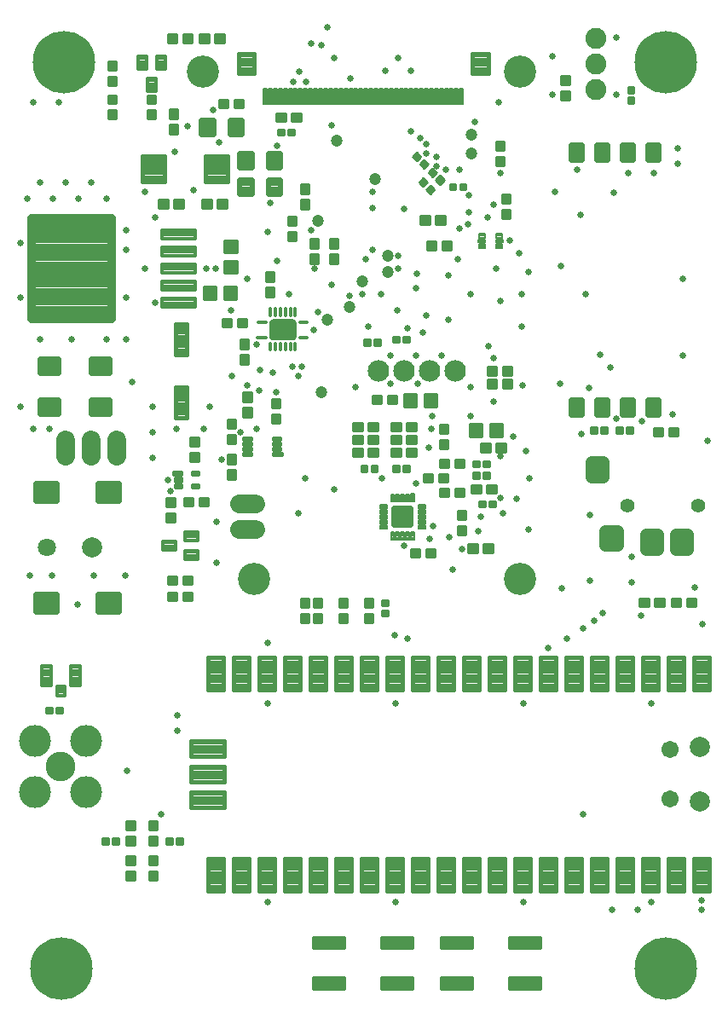
<source format=gts>
G75*
%MOIN*%
%OFA0B0*%
%FSLAX25Y25*%
%IPPOS*%
%LPD*%
%AMOC8*
5,1,8,0,0,1.08239X$1,22.5*
%
%ADD10C,0.01894*%
%ADD11C,0.01185*%
%ADD12C,0.03466*%
%ADD13C,0.01421*%
%ADD14C,0.01657*%
%ADD15C,0.02602*%
%ADD16C,0.07099*%
%ADD17C,0.07887*%
%ADD18C,0.01775*%
%ADD19C,0.01742*%
%ADD20C,0.00949*%
%ADD21C,0.02130*%
%ADD22C,0.11600*%
%ADD23C,0.12500*%
%ADD24C,0.01480*%
%ADD25C,0.00683*%
%ADD26C,0.00674*%
%ADD27C,0.12611*%
%ADD28C,0.02342*%
%ADD29C,0.00660*%
%ADD30C,0.01817*%
%ADD31C,0.01187*%
%ADD32C,0.08400*%
%ADD33C,0.08200*%
%ADD34C,0.04737*%
%ADD35C,0.04731*%
%ADD36C,0.05524*%
%ADD37C,0.07280*%
%ADD38C,0.00500*%
%ADD39C,0.01200*%
%ADD40C,0.01798*%
%ADD41C,0.06706*%
%ADD42C,0.01585*%
%ADD43C,0.02581*%
%ADD44C,0.24422*%
D10*
X0234062Y0237980D02*
X0234062Y0243972D01*
X0238480Y0243972D01*
X0238480Y0237980D01*
X0234062Y0237980D01*
X0234062Y0239873D02*
X0238480Y0239873D01*
X0238480Y0241766D02*
X0234062Y0241766D01*
X0234062Y0243659D02*
X0238480Y0243659D01*
X0244062Y0243972D02*
X0244062Y0237980D01*
X0244062Y0243972D02*
X0248480Y0243972D01*
X0248480Y0237980D01*
X0244062Y0237980D01*
X0244062Y0239873D02*
X0248480Y0239873D01*
X0248480Y0241766D02*
X0244062Y0241766D01*
X0244062Y0243659D02*
X0248480Y0243659D01*
X0254062Y0243972D02*
X0254062Y0237980D01*
X0254062Y0243972D02*
X0258480Y0243972D01*
X0258480Y0237980D01*
X0254062Y0237980D01*
X0254062Y0239873D02*
X0258480Y0239873D01*
X0258480Y0241766D02*
X0254062Y0241766D01*
X0254062Y0243659D02*
X0258480Y0243659D01*
X0264062Y0243972D02*
X0264062Y0237980D01*
X0264062Y0243972D02*
X0268480Y0243972D01*
X0268480Y0237980D01*
X0264062Y0237980D01*
X0264062Y0239873D02*
X0268480Y0239873D01*
X0268480Y0241766D02*
X0264062Y0241766D01*
X0264062Y0243659D02*
X0268480Y0243659D01*
X0264062Y0337862D02*
X0264062Y0343854D01*
X0268480Y0343854D01*
X0268480Y0337862D01*
X0264062Y0337862D01*
X0264062Y0339755D02*
X0268480Y0339755D01*
X0268480Y0341648D02*
X0264062Y0341648D01*
X0264062Y0343541D02*
X0268480Y0343541D01*
X0254062Y0343854D02*
X0254062Y0337862D01*
X0254062Y0343854D02*
X0258480Y0343854D01*
X0258480Y0337862D01*
X0254062Y0337862D01*
X0254062Y0339755D02*
X0258480Y0339755D01*
X0258480Y0341648D02*
X0254062Y0341648D01*
X0254062Y0343541D02*
X0258480Y0343541D01*
X0244062Y0343854D02*
X0244062Y0337862D01*
X0244062Y0343854D02*
X0248480Y0343854D01*
X0248480Y0337862D01*
X0244062Y0337862D01*
X0244062Y0339755D02*
X0248480Y0339755D01*
X0248480Y0341648D02*
X0244062Y0341648D01*
X0244062Y0343541D02*
X0248480Y0343541D01*
X0234062Y0343854D02*
X0234062Y0337862D01*
X0234062Y0343854D02*
X0238480Y0343854D01*
X0238480Y0337862D01*
X0234062Y0337862D01*
X0234062Y0339755D02*
X0238480Y0339755D01*
X0238480Y0341648D02*
X0234062Y0341648D01*
X0234062Y0343541D02*
X0238480Y0343541D01*
D11*
X0233266Y0361352D02*
X0233266Y0364510D01*
X0233266Y0361352D02*
X0230500Y0361352D01*
X0230500Y0364510D01*
X0233266Y0364510D01*
X0233266Y0362536D02*
X0230500Y0362536D01*
X0230500Y0363720D02*
X0233266Y0363720D01*
X0233266Y0367352D02*
X0233266Y0370510D01*
X0233266Y0367352D02*
X0230500Y0367352D01*
X0230500Y0370510D01*
X0233266Y0370510D01*
X0233266Y0368536D02*
X0230500Y0368536D01*
X0230500Y0369720D02*
X0233266Y0369720D01*
X0204860Y0344870D02*
X0204860Y0341712D01*
X0204860Y0344870D02*
X0207626Y0344870D01*
X0207626Y0341712D01*
X0204860Y0341712D01*
X0204860Y0342896D02*
X0207626Y0342896D01*
X0207626Y0344080D02*
X0204860Y0344080D01*
X0204860Y0338870D02*
X0204860Y0335712D01*
X0204860Y0338870D02*
X0207626Y0338870D01*
X0207626Y0335712D01*
X0204860Y0335712D01*
X0204860Y0336896D02*
X0207626Y0336896D01*
X0207626Y0338080D02*
X0204860Y0338080D01*
X0210126Y0324120D02*
X0210126Y0320962D01*
X0207360Y0320962D01*
X0207360Y0324120D01*
X0210126Y0324120D01*
X0210126Y0322146D02*
X0207360Y0322146D01*
X0207360Y0323330D02*
X0210126Y0323330D01*
X0210126Y0318120D02*
X0210126Y0314962D01*
X0207360Y0314962D01*
X0207360Y0318120D01*
X0210126Y0318120D01*
X0210126Y0316146D02*
X0207360Y0316146D01*
X0207360Y0317330D02*
X0210126Y0317330D01*
X0184572Y0312908D02*
X0181414Y0312908D01*
X0181414Y0315674D01*
X0184572Y0315674D01*
X0184572Y0312908D01*
X0184572Y0314092D02*
X0181414Y0314092D01*
X0181414Y0315276D02*
X0184572Y0315276D01*
X0178572Y0312908D02*
X0175414Y0312908D01*
X0175414Y0315674D01*
X0178572Y0315674D01*
X0178572Y0312908D01*
X0178572Y0314092D02*
X0175414Y0314092D01*
X0175414Y0315276D02*
X0178572Y0315276D01*
X0177914Y0302908D02*
X0181072Y0302908D01*
X0177914Y0302908D02*
X0177914Y0305674D01*
X0181072Y0305674D01*
X0181072Y0302908D01*
X0181072Y0304092D02*
X0177914Y0304092D01*
X0177914Y0305276D02*
X0181072Y0305276D01*
X0183914Y0302908D02*
X0187072Y0302908D01*
X0183914Y0302908D02*
X0183914Y0305674D01*
X0187072Y0305674D01*
X0187072Y0302908D01*
X0187072Y0304092D02*
X0183914Y0304092D01*
X0183914Y0305276D02*
X0187072Y0305276D01*
X0201664Y0253908D02*
X0204822Y0253908D01*
X0201664Y0253908D02*
X0201664Y0256674D01*
X0204822Y0256674D01*
X0204822Y0253908D01*
X0204822Y0255092D02*
X0201664Y0255092D01*
X0201664Y0256276D02*
X0204822Y0256276D01*
X0207664Y0253908D02*
X0210822Y0253908D01*
X0207664Y0253908D02*
X0207664Y0256674D01*
X0210822Y0256674D01*
X0210822Y0253908D01*
X0210822Y0255092D02*
X0207664Y0255092D01*
X0207664Y0256276D02*
X0210822Y0256276D01*
X0210822Y0248908D02*
X0207664Y0248908D01*
X0207664Y0251674D01*
X0210822Y0251674D01*
X0210822Y0248908D01*
X0210822Y0250092D02*
X0207664Y0250092D01*
X0207664Y0251276D02*
X0210822Y0251276D01*
X0204822Y0248908D02*
X0201664Y0248908D01*
X0201664Y0251674D01*
X0204822Y0251674D01*
X0204822Y0248908D01*
X0204822Y0250092D02*
X0201664Y0250092D01*
X0201664Y0251276D02*
X0204822Y0251276D01*
X0205164Y0223908D02*
X0208322Y0223908D01*
X0205164Y0223908D02*
X0205164Y0226674D01*
X0208322Y0226674D01*
X0208322Y0223908D01*
X0208322Y0225092D02*
X0205164Y0225092D01*
X0205164Y0226276D02*
X0208322Y0226276D01*
X0202322Y0223908D02*
X0199164Y0223908D01*
X0199164Y0226674D01*
X0202322Y0226674D01*
X0202322Y0223908D01*
X0202322Y0225092D02*
X0199164Y0225092D01*
X0199164Y0226276D02*
X0202322Y0226276D01*
X0192087Y0217673D02*
X0188929Y0217673D01*
X0188929Y0220439D01*
X0192087Y0220439D01*
X0192087Y0217673D01*
X0192087Y0218857D02*
X0188929Y0218857D01*
X0188929Y0220041D02*
X0192087Y0220041D01*
X0186087Y0217673D02*
X0182929Y0217673D01*
X0182929Y0220439D01*
X0186087Y0220439D01*
X0186087Y0217673D01*
X0186087Y0218857D02*
X0182929Y0218857D01*
X0182929Y0220041D02*
X0186087Y0220041D01*
X0182985Y0225102D02*
X0182985Y0228260D01*
X0185751Y0228260D01*
X0185751Y0225102D01*
X0182985Y0225102D01*
X0182985Y0226286D02*
X0185751Y0226286D01*
X0185751Y0227470D02*
X0182985Y0227470D01*
X0182985Y0231102D02*
X0182985Y0234260D01*
X0185751Y0234260D01*
X0185751Y0231102D01*
X0182985Y0231102D01*
X0182985Y0232286D02*
X0185751Y0232286D01*
X0185751Y0233470D02*
X0182985Y0233470D01*
X0173322Y0232048D02*
X0170164Y0232048D01*
X0170164Y0234814D01*
X0173322Y0234814D01*
X0173322Y0232048D01*
X0173322Y0233232D02*
X0170164Y0233232D01*
X0170164Y0234416D02*
X0173322Y0234416D01*
X0173322Y0229814D02*
X0170164Y0229814D01*
X0173322Y0229814D02*
X0173322Y0227048D01*
X0170164Y0227048D01*
X0170164Y0229814D01*
X0170164Y0228232D02*
X0173322Y0228232D01*
X0173322Y0229416D02*
X0170164Y0229416D01*
X0167322Y0229814D02*
X0164164Y0229814D01*
X0167322Y0229814D02*
X0167322Y0227048D01*
X0164164Y0227048D01*
X0164164Y0229814D01*
X0164164Y0228232D02*
X0167322Y0228232D01*
X0167322Y0229416D02*
X0164164Y0229416D01*
X0164164Y0232048D02*
X0167322Y0232048D01*
X0164164Y0232048D02*
X0164164Y0234814D01*
X0167322Y0234814D01*
X0167322Y0232048D01*
X0167322Y0233232D02*
X0164164Y0233232D01*
X0164164Y0234416D02*
X0167322Y0234416D01*
X0167322Y0224814D02*
X0164164Y0224814D01*
X0167322Y0224814D02*
X0167322Y0222048D01*
X0164164Y0222048D01*
X0164164Y0224814D01*
X0164164Y0223232D02*
X0167322Y0223232D01*
X0167322Y0224416D02*
X0164164Y0224416D01*
X0158322Y0224814D02*
X0155164Y0224814D01*
X0158322Y0224814D02*
X0158322Y0222048D01*
X0155164Y0222048D01*
X0155164Y0224814D01*
X0155164Y0223232D02*
X0158322Y0223232D01*
X0158322Y0224416D02*
X0155164Y0224416D01*
X0155164Y0229829D02*
X0158322Y0229829D01*
X0158322Y0227063D01*
X0155164Y0227063D01*
X0155164Y0229829D01*
X0155164Y0228247D02*
X0158322Y0228247D01*
X0158322Y0229431D02*
X0155164Y0229431D01*
X0155164Y0232048D02*
X0158322Y0232048D01*
X0155164Y0232048D02*
X0155164Y0234814D01*
X0158322Y0234814D01*
X0158322Y0232048D01*
X0158322Y0233232D02*
X0155164Y0233232D01*
X0155164Y0234416D02*
X0158322Y0234416D01*
X0152322Y0232048D02*
X0149164Y0232048D01*
X0149164Y0234814D01*
X0152322Y0234814D01*
X0152322Y0232048D01*
X0152322Y0233232D02*
X0149164Y0233232D01*
X0149164Y0234416D02*
X0152322Y0234416D01*
X0152322Y0229829D02*
X0149164Y0229829D01*
X0152322Y0229829D02*
X0152322Y0227063D01*
X0149164Y0227063D01*
X0149164Y0229829D01*
X0149164Y0228247D02*
X0152322Y0228247D01*
X0152322Y0229431D02*
X0149164Y0229431D01*
X0149164Y0224814D02*
X0152322Y0224814D01*
X0152322Y0222048D01*
X0149164Y0222048D01*
X0149164Y0224814D01*
X0149164Y0223232D02*
X0152322Y0223232D01*
X0152322Y0224416D02*
X0149164Y0224416D01*
X0156664Y0245424D02*
X0159822Y0245424D01*
X0159822Y0242658D01*
X0156664Y0242658D01*
X0156664Y0245424D01*
X0156664Y0243842D02*
X0159822Y0243842D01*
X0159822Y0245026D02*
X0156664Y0245026D01*
X0162664Y0245424D02*
X0165822Y0245424D01*
X0165822Y0242658D01*
X0162664Y0242658D01*
X0162664Y0245424D01*
X0162664Y0243842D02*
X0165822Y0243842D01*
X0165822Y0245026D02*
X0162664Y0245026D01*
X0170164Y0224814D02*
X0173322Y0224814D01*
X0173322Y0222048D01*
X0170164Y0222048D01*
X0170164Y0224814D01*
X0170164Y0223232D02*
X0173322Y0223232D01*
X0173322Y0224416D02*
X0170164Y0224416D01*
X0176664Y0212033D02*
X0179822Y0212033D01*
X0176664Y0212033D02*
X0176664Y0214799D01*
X0179822Y0214799D01*
X0179822Y0212033D01*
X0179822Y0213217D02*
X0176664Y0213217D01*
X0176664Y0214401D02*
X0179822Y0214401D01*
X0182664Y0212033D02*
X0185822Y0212033D01*
X0182664Y0212033D02*
X0182664Y0214799D01*
X0185822Y0214799D01*
X0185822Y0212033D01*
X0185822Y0213217D02*
X0182664Y0213217D01*
X0182664Y0214401D02*
X0185822Y0214401D01*
X0186072Y0206408D02*
X0182914Y0206408D01*
X0182914Y0209174D01*
X0186072Y0209174D01*
X0186072Y0206408D01*
X0186072Y0207592D02*
X0182914Y0207592D01*
X0182914Y0208776D02*
X0186072Y0208776D01*
X0188914Y0206408D02*
X0192072Y0206408D01*
X0188914Y0206408D02*
X0188914Y0209174D01*
X0192072Y0209174D01*
X0192072Y0206408D01*
X0192072Y0207592D02*
X0188914Y0207592D01*
X0188914Y0208776D02*
X0192072Y0208776D01*
X0195414Y0210454D02*
X0198572Y0210454D01*
X0198572Y0207688D01*
X0195414Y0207688D01*
X0195414Y0210454D01*
X0195414Y0208872D02*
X0198572Y0208872D01*
X0198572Y0210056D02*
X0195414Y0210056D01*
X0201414Y0210454D02*
X0204572Y0210454D01*
X0204572Y0207688D01*
X0201414Y0207688D01*
X0201414Y0210454D01*
X0201414Y0208872D02*
X0204572Y0208872D01*
X0204572Y0210056D02*
X0201414Y0210056D01*
X0189860Y0200510D02*
X0189860Y0197352D01*
X0189860Y0200510D02*
X0192626Y0200510D01*
X0192626Y0197352D01*
X0189860Y0197352D01*
X0189860Y0198536D02*
X0192626Y0198536D01*
X0192626Y0199720D02*
X0189860Y0199720D01*
X0189860Y0194510D02*
X0189860Y0191352D01*
X0189860Y0194510D02*
X0192626Y0194510D01*
X0192626Y0191352D01*
X0189860Y0191352D01*
X0189860Y0192536D02*
X0192626Y0192536D01*
X0192626Y0193720D02*
X0189860Y0193720D01*
X0194164Y0184548D02*
X0197322Y0184548D01*
X0194164Y0184548D02*
X0194164Y0187314D01*
X0197322Y0187314D01*
X0197322Y0184548D01*
X0197322Y0185732D02*
X0194164Y0185732D01*
X0194164Y0186916D02*
X0197322Y0186916D01*
X0200164Y0184548D02*
X0203322Y0184548D01*
X0200164Y0184548D02*
X0200164Y0187314D01*
X0203322Y0187314D01*
X0203322Y0184548D01*
X0203322Y0185732D02*
X0200164Y0185732D01*
X0200164Y0186916D02*
X0203322Y0186916D01*
X0180822Y0182658D02*
X0177664Y0182658D01*
X0177664Y0185424D01*
X0180822Y0185424D01*
X0180822Y0182658D01*
X0180822Y0183842D02*
X0177664Y0183842D01*
X0177664Y0185026D02*
X0180822Y0185026D01*
X0174822Y0182658D02*
X0171664Y0182658D01*
X0171664Y0185424D01*
X0174822Y0185424D01*
X0174822Y0182658D01*
X0174822Y0183842D02*
X0171664Y0183842D01*
X0171664Y0185026D02*
X0174822Y0185026D01*
X0153610Y0166120D02*
X0153610Y0162962D01*
X0153610Y0166120D02*
X0156376Y0166120D01*
X0156376Y0162962D01*
X0153610Y0162962D01*
X0153610Y0164146D02*
X0156376Y0164146D01*
X0156376Y0165330D02*
X0153610Y0165330D01*
X0153610Y0160120D02*
X0153610Y0156962D01*
X0153610Y0160120D02*
X0156376Y0160120D01*
X0156376Y0156962D01*
X0153610Y0156962D01*
X0153610Y0158146D02*
X0156376Y0158146D01*
X0156376Y0159330D02*
X0153610Y0159330D01*
X0143610Y0160120D02*
X0143610Y0156962D01*
X0143610Y0160120D02*
X0146376Y0160120D01*
X0146376Y0156962D01*
X0143610Y0156962D01*
X0143610Y0158146D02*
X0146376Y0158146D01*
X0146376Y0159330D02*
X0143610Y0159330D01*
X0143610Y0162962D02*
X0143610Y0166120D01*
X0146376Y0166120D01*
X0146376Y0162962D01*
X0143610Y0162962D01*
X0143610Y0164146D02*
X0146376Y0164146D01*
X0146376Y0165330D02*
X0143610Y0165330D01*
X0133610Y0166120D02*
X0133610Y0162962D01*
X0133610Y0166120D02*
X0136376Y0166120D01*
X0136376Y0162962D01*
X0133610Y0162962D01*
X0133610Y0164146D02*
X0136376Y0164146D01*
X0136376Y0165330D02*
X0133610Y0165330D01*
X0128610Y0166120D02*
X0128610Y0162962D01*
X0128610Y0166120D02*
X0131376Y0166120D01*
X0131376Y0162962D01*
X0128610Y0162962D01*
X0128610Y0164146D02*
X0131376Y0164146D01*
X0131376Y0165330D02*
X0128610Y0165330D01*
X0128610Y0160120D02*
X0128610Y0156962D01*
X0128610Y0160120D02*
X0131376Y0160120D01*
X0131376Y0156962D01*
X0128610Y0156962D01*
X0128610Y0158146D02*
X0131376Y0158146D01*
X0131376Y0159330D02*
X0128610Y0159330D01*
X0133610Y0160120D02*
X0133610Y0156962D01*
X0133610Y0160120D02*
X0136376Y0160120D01*
X0136376Y0156962D01*
X0133610Y0156962D01*
X0133610Y0158146D02*
X0136376Y0158146D01*
X0136376Y0159330D02*
X0133610Y0159330D01*
X0092072Y0205424D02*
X0088914Y0205424D01*
X0092072Y0205424D02*
X0092072Y0202658D01*
X0088914Y0202658D01*
X0088914Y0205424D01*
X0088914Y0203842D02*
X0092072Y0203842D01*
X0092072Y0205026D02*
X0088914Y0205026D01*
X0086072Y0205424D02*
X0082914Y0205424D01*
X0086072Y0205424D02*
X0086072Y0202658D01*
X0082914Y0202658D01*
X0082914Y0205424D01*
X0082914Y0203842D02*
X0086072Y0203842D01*
X0086072Y0205026D02*
X0082914Y0205026D01*
X0076110Y0205510D02*
X0076110Y0202352D01*
X0076110Y0205510D02*
X0078876Y0205510D01*
X0078876Y0202352D01*
X0076110Y0202352D01*
X0076110Y0203536D02*
X0078876Y0203536D01*
X0078876Y0204720D02*
X0076110Y0204720D01*
X0076110Y0199510D02*
X0076110Y0196352D01*
X0076110Y0199510D02*
X0078876Y0199510D01*
X0078876Y0196352D01*
X0076110Y0196352D01*
X0076110Y0197536D02*
X0078876Y0197536D01*
X0078876Y0198720D02*
X0076110Y0198720D01*
X0085470Y0220102D02*
X0085470Y0223260D01*
X0088236Y0223260D01*
X0088236Y0220102D01*
X0085470Y0220102D01*
X0085470Y0221286D02*
X0088236Y0221286D01*
X0088236Y0222470D02*
X0085470Y0222470D01*
X0085470Y0226102D02*
X0085470Y0229260D01*
X0088236Y0229260D01*
X0088236Y0226102D01*
X0085470Y0226102D01*
X0085470Y0227286D02*
X0088236Y0227286D01*
X0088236Y0228470D02*
X0085470Y0228470D01*
X0102626Y0226992D02*
X0102626Y0230150D01*
X0102626Y0226992D02*
X0099860Y0226992D01*
X0099860Y0230150D01*
X0102626Y0230150D01*
X0102626Y0228176D02*
X0099860Y0228176D01*
X0099860Y0229360D02*
X0102626Y0229360D01*
X0102626Y0232992D02*
X0102626Y0236150D01*
X0102626Y0232992D02*
X0099860Y0232992D01*
X0099860Y0236150D01*
X0102626Y0236150D01*
X0102626Y0234176D02*
X0099860Y0234176D01*
X0099860Y0235360D02*
X0102626Y0235360D01*
X0108876Y0237602D02*
X0108876Y0240760D01*
X0108876Y0237602D02*
X0106110Y0237602D01*
X0106110Y0240760D01*
X0108876Y0240760D01*
X0108876Y0238786D02*
X0106110Y0238786D01*
X0106110Y0239970D02*
X0108876Y0239970D01*
X0108876Y0243602D02*
X0108876Y0246760D01*
X0108876Y0243602D02*
X0106110Y0243602D01*
X0106110Y0246760D01*
X0108876Y0246760D01*
X0108876Y0244786D02*
X0106110Y0244786D01*
X0106110Y0245970D02*
X0108876Y0245970D01*
X0120126Y0244260D02*
X0120126Y0241102D01*
X0117360Y0241102D01*
X0117360Y0244260D01*
X0120126Y0244260D01*
X0120126Y0242286D02*
X0117360Y0242286D01*
X0117360Y0243470D02*
X0120126Y0243470D01*
X0120126Y0238260D02*
X0120126Y0235102D01*
X0117360Y0235102D01*
X0117360Y0238260D01*
X0120126Y0238260D01*
X0120126Y0236286D02*
X0117360Y0236286D01*
X0117360Y0237470D02*
X0120126Y0237470D01*
X0107626Y0258212D02*
X0107626Y0261370D01*
X0107626Y0258212D02*
X0104860Y0258212D01*
X0104860Y0261370D01*
X0107626Y0261370D01*
X0107626Y0259396D02*
X0104860Y0259396D01*
X0104860Y0260580D02*
X0107626Y0260580D01*
X0107626Y0264212D02*
X0107626Y0267370D01*
X0107626Y0264212D02*
X0104860Y0264212D01*
X0104860Y0267370D01*
X0107626Y0267370D01*
X0107626Y0265396D02*
X0104860Y0265396D01*
X0104860Y0266580D02*
X0107626Y0266580D01*
X0107072Y0275424D02*
X0103914Y0275424D01*
X0107072Y0275424D02*
X0107072Y0272658D01*
X0103914Y0272658D01*
X0103914Y0275424D01*
X0103914Y0273842D02*
X0107072Y0273842D01*
X0107072Y0275026D02*
X0103914Y0275026D01*
X0101072Y0275424D02*
X0097914Y0275424D01*
X0101072Y0275424D02*
X0101072Y0272658D01*
X0097914Y0272658D01*
X0097914Y0275424D01*
X0097914Y0273842D02*
X0101072Y0273842D01*
X0101072Y0275026D02*
X0097914Y0275026D01*
X0117626Y0284462D02*
X0117626Y0287620D01*
X0117626Y0284462D02*
X0114860Y0284462D01*
X0114860Y0287620D01*
X0117626Y0287620D01*
X0117626Y0285646D02*
X0114860Y0285646D01*
X0114860Y0286830D02*
X0117626Y0286830D01*
X0117626Y0290462D02*
X0117626Y0293620D01*
X0117626Y0290462D02*
X0114860Y0290462D01*
X0114860Y0293620D01*
X0117626Y0293620D01*
X0117626Y0291646D02*
X0114860Y0291646D01*
X0114860Y0292830D02*
X0117626Y0292830D01*
X0126376Y0306352D02*
X0126376Y0309510D01*
X0126376Y0306352D02*
X0123610Y0306352D01*
X0123610Y0309510D01*
X0126376Y0309510D01*
X0126376Y0307536D02*
X0123610Y0307536D01*
X0123610Y0308720D02*
X0126376Y0308720D01*
X0126376Y0312352D02*
X0126376Y0315510D01*
X0126376Y0312352D02*
X0123610Y0312352D01*
X0123610Y0315510D01*
X0126376Y0315510D01*
X0126376Y0313536D02*
X0123610Y0313536D01*
X0123610Y0314720D02*
X0126376Y0314720D01*
X0131376Y0318852D02*
X0131376Y0322010D01*
X0131376Y0318852D02*
X0128610Y0318852D01*
X0128610Y0322010D01*
X0131376Y0322010D01*
X0131376Y0320036D02*
X0128610Y0320036D01*
X0128610Y0321220D02*
X0131376Y0321220D01*
X0131376Y0324852D02*
X0131376Y0328010D01*
X0131376Y0324852D02*
X0128610Y0324852D01*
X0128610Y0328010D01*
X0131376Y0328010D01*
X0131376Y0326036D02*
X0128610Y0326036D01*
X0128610Y0327220D02*
X0131376Y0327220D01*
X0135126Y0306760D02*
X0135126Y0303602D01*
X0132360Y0303602D01*
X0132360Y0306760D01*
X0135126Y0306760D01*
X0135126Y0304786D02*
X0132360Y0304786D01*
X0132360Y0305970D02*
X0135126Y0305970D01*
X0135126Y0300760D02*
X0135126Y0297602D01*
X0132360Y0297602D01*
X0132360Y0300760D01*
X0135126Y0300760D01*
X0135126Y0298786D02*
X0132360Y0298786D01*
X0132360Y0299970D02*
X0135126Y0299970D01*
X0142626Y0300760D02*
X0142626Y0297602D01*
X0139860Y0297602D01*
X0139860Y0300760D01*
X0142626Y0300760D01*
X0142626Y0298786D02*
X0139860Y0298786D01*
X0139860Y0299970D02*
X0142626Y0299970D01*
X0142626Y0303602D02*
X0142626Y0306760D01*
X0142626Y0303602D02*
X0139860Y0303602D01*
X0139860Y0306760D01*
X0142626Y0306760D01*
X0142626Y0304786D02*
X0139860Y0304786D01*
X0139860Y0305970D02*
X0142626Y0305970D01*
X0128322Y0353158D02*
X0125164Y0353158D01*
X0125164Y0355924D01*
X0128322Y0355924D01*
X0128322Y0353158D01*
X0128322Y0354342D02*
X0125164Y0354342D01*
X0125164Y0355526D02*
X0128322Y0355526D01*
X0122322Y0353158D02*
X0119164Y0353158D01*
X0119164Y0355924D01*
X0122322Y0355924D01*
X0122322Y0353158D01*
X0122322Y0354342D02*
X0119164Y0354342D01*
X0119164Y0355526D02*
X0122322Y0355526D01*
X0105822Y0358408D02*
X0102664Y0358408D01*
X0102664Y0361174D01*
X0105822Y0361174D01*
X0105822Y0358408D01*
X0105822Y0359592D02*
X0102664Y0359592D01*
X0102664Y0360776D02*
X0105822Y0360776D01*
X0099822Y0358408D02*
X0096664Y0358408D01*
X0096664Y0361174D01*
X0099822Y0361174D01*
X0099822Y0358408D01*
X0099822Y0359592D02*
X0096664Y0359592D01*
X0096664Y0360776D02*
X0099822Y0360776D01*
X0098322Y0386674D02*
X0095164Y0386674D01*
X0098322Y0386674D02*
X0098322Y0383908D01*
X0095164Y0383908D01*
X0095164Y0386674D01*
X0095164Y0385092D02*
X0098322Y0385092D01*
X0098322Y0386276D02*
X0095164Y0386276D01*
X0092322Y0386674D02*
X0089164Y0386674D01*
X0092322Y0386674D02*
X0092322Y0383908D01*
X0089164Y0383908D01*
X0089164Y0386674D01*
X0089164Y0385092D02*
X0092322Y0385092D01*
X0092322Y0386276D02*
X0089164Y0386276D01*
X0085822Y0386674D02*
X0082664Y0386674D01*
X0085822Y0386674D02*
X0085822Y0383908D01*
X0082664Y0383908D01*
X0082664Y0386674D01*
X0082664Y0385092D02*
X0085822Y0385092D01*
X0085822Y0386276D02*
X0082664Y0386276D01*
X0079822Y0386674D02*
X0076664Y0386674D01*
X0079822Y0386674D02*
X0079822Y0383908D01*
X0076664Y0383908D01*
X0076664Y0386674D01*
X0076664Y0385092D02*
X0079822Y0385092D01*
X0079822Y0386276D02*
X0076664Y0386276D01*
X0053360Y0376120D02*
X0053360Y0372962D01*
X0053360Y0376120D02*
X0056126Y0376120D01*
X0056126Y0372962D01*
X0053360Y0372962D01*
X0053360Y0374146D02*
X0056126Y0374146D01*
X0056126Y0375330D02*
X0053360Y0375330D01*
X0053360Y0370120D02*
X0053360Y0366962D01*
X0053360Y0370120D02*
X0056126Y0370120D01*
X0056126Y0366962D01*
X0053360Y0366962D01*
X0053360Y0368146D02*
X0056126Y0368146D01*
X0056126Y0369330D02*
X0053360Y0369330D01*
X0053360Y0360111D02*
X0056126Y0360111D01*
X0053360Y0360111D02*
X0053360Y0362877D01*
X0056126Y0362877D01*
X0056126Y0360111D01*
X0056126Y0361295D02*
X0053360Y0361295D01*
X0053360Y0362479D02*
X0056126Y0362479D01*
X0056126Y0354206D02*
X0053360Y0354206D01*
X0053360Y0356972D01*
X0056126Y0356972D01*
X0056126Y0354206D01*
X0056126Y0355390D02*
X0053360Y0355390D01*
X0053360Y0356574D02*
X0056126Y0356574D01*
X0068610Y0354206D02*
X0071376Y0354206D01*
X0068610Y0354206D02*
X0068610Y0356972D01*
X0071376Y0356972D01*
X0071376Y0354206D01*
X0071376Y0355390D02*
X0068610Y0355390D01*
X0068610Y0356574D02*
X0071376Y0356574D01*
X0071376Y0360111D02*
X0068610Y0360111D01*
X0068610Y0362877D01*
X0071376Y0362877D01*
X0071376Y0360111D01*
X0071376Y0361295D02*
X0068610Y0361295D01*
X0068610Y0362479D02*
X0071376Y0362479D01*
X0080126Y0357370D02*
X0080126Y0354212D01*
X0077360Y0354212D01*
X0077360Y0357370D01*
X0080126Y0357370D01*
X0080126Y0355396D02*
X0077360Y0355396D01*
X0077360Y0356580D02*
X0080126Y0356580D01*
X0080126Y0351370D02*
X0080126Y0348212D01*
X0077360Y0348212D01*
X0077360Y0351370D01*
X0080126Y0351370D01*
X0080126Y0349396D02*
X0077360Y0349396D01*
X0077360Y0350580D02*
X0080126Y0350580D01*
X0079164Y0322049D02*
X0082322Y0322049D01*
X0082322Y0319283D01*
X0079164Y0319283D01*
X0079164Y0322049D01*
X0079164Y0320467D02*
X0082322Y0320467D01*
X0082322Y0321651D02*
X0079164Y0321651D01*
X0076322Y0322049D02*
X0073164Y0322049D01*
X0076322Y0322049D02*
X0076322Y0319283D01*
X0073164Y0319283D01*
X0073164Y0322049D01*
X0073164Y0320467D02*
X0076322Y0320467D01*
X0076322Y0321651D02*
X0073164Y0321651D01*
X0090164Y0319283D02*
X0093322Y0319283D01*
X0090164Y0319283D02*
X0090164Y0322049D01*
X0093322Y0322049D01*
X0093322Y0319283D01*
X0093322Y0320467D02*
X0090164Y0320467D01*
X0090164Y0321651D02*
X0093322Y0321651D01*
X0096164Y0319283D02*
X0099322Y0319283D01*
X0096164Y0319283D02*
X0096164Y0322049D01*
X0099322Y0322049D01*
X0099322Y0319283D01*
X0099322Y0320467D02*
X0096164Y0320467D01*
X0096164Y0321651D02*
X0099322Y0321651D01*
X0102626Y0222400D02*
X0102626Y0219242D01*
X0099860Y0219242D01*
X0099860Y0222400D01*
X0102626Y0222400D01*
X0102626Y0220426D02*
X0099860Y0220426D01*
X0099860Y0221610D02*
X0102626Y0221610D01*
X0102626Y0216400D02*
X0102626Y0213242D01*
X0099860Y0213242D01*
X0099860Y0216400D01*
X0102626Y0216400D01*
X0102626Y0214426D02*
X0099860Y0214426D01*
X0099860Y0215610D02*
X0102626Y0215610D01*
X0085822Y0174814D02*
X0082664Y0174814D01*
X0085822Y0174814D02*
X0085822Y0172048D01*
X0082664Y0172048D01*
X0082664Y0174814D01*
X0082664Y0173232D02*
X0085822Y0173232D01*
X0085822Y0174416D02*
X0082664Y0174416D01*
X0079822Y0174814D02*
X0076664Y0174814D01*
X0079822Y0174814D02*
X0079822Y0172048D01*
X0076664Y0172048D01*
X0076664Y0174814D01*
X0076664Y0173232D02*
X0079822Y0173232D01*
X0079822Y0174416D02*
X0076664Y0174416D01*
X0076664Y0165798D02*
X0079822Y0165798D01*
X0076664Y0165798D02*
X0076664Y0168564D01*
X0079822Y0168564D01*
X0079822Y0165798D01*
X0079822Y0166982D02*
X0076664Y0166982D01*
X0076664Y0168166D02*
X0079822Y0168166D01*
X0082664Y0165798D02*
X0085822Y0165798D01*
X0082664Y0165798D02*
X0082664Y0168564D01*
X0085822Y0168564D01*
X0085822Y0165798D01*
X0085822Y0166982D02*
X0082664Y0166982D01*
X0082664Y0168166D02*
X0085822Y0168166D01*
X0072016Y0079260D02*
X0072016Y0076102D01*
X0069250Y0076102D01*
X0069250Y0079260D01*
X0072016Y0079260D01*
X0072016Y0077286D02*
X0069250Y0077286D01*
X0069250Y0078470D02*
X0072016Y0078470D01*
X0072016Y0073260D02*
X0072016Y0070102D01*
X0069250Y0070102D01*
X0069250Y0073260D01*
X0072016Y0073260D01*
X0072016Y0071286D02*
X0069250Y0071286D01*
X0069250Y0072470D02*
X0072016Y0072470D01*
X0069220Y0065510D02*
X0069220Y0062352D01*
X0069220Y0065510D02*
X0071986Y0065510D01*
X0071986Y0062352D01*
X0069220Y0062352D01*
X0069220Y0063536D02*
X0071986Y0063536D01*
X0071986Y0064720D02*
X0069220Y0064720D01*
X0069220Y0059510D02*
X0069220Y0056352D01*
X0069220Y0059510D02*
X0071986Y0059510D01*
X0071986Y0056352D01*
X0069220Y0056352D01*
X0069220Y0057536D02*
X0071986Y0057536D01*
X0071986Y0058720D02*
X0069220Y0058720D01*
X0060470Y0059510D02*
X0060470Y0056352D01*
X0060470Y0059510D02*
X0063236Y0059510D01*
X0063236Y0056352D01*
X0060470Y0056352D01*
X0060470Y0057536D02*
X0063236Y0057536D01*
X0063236Y0058720D02*
X0060470Y0058720D01*
X0060470Y0062352D02*
X0060470Y0065510D01*
X0063236Y0065510D01*
X0063236Y0062352D01*
X0060470Y0062352D01*
X0060470Y0063536D02*
X0063236Y0063536D01*
X0063236Y0064720D02*
X0060470Y0064720D01*
X0063266Y0070102D02*
X0063266Y0073260D01*
X0063266Y0070102D02*
X0060500Y0070102D01*
X0060500Y0073260D01*
X0063266Y0073260D01*
X0063266Y0071286D02*
X0060500Y0071286D01*
X0060500Y0072470D02*
X0063266Y0072470D01*
X0063266Y0076102D02*
X0063266Y0079260D01*
X0063266Y0076102D02*
X0060500Y0076102D01*
X0060500Y0079260D01*
X0063266Y0079260D01*
X0063266Y0077286D02*
X0060500Y0077286D01*
X0060500Y0078470D02*
X0063266Y0078470D01*
X0261024Y0166064D02*
X0264182Y0166064D01*
X0264182Y0163298D01*
X0261024Y0163298D01*
X0261024Y0166064D01*
X0261024Y0164482D02*
X0264182Y0164482D01*
X0264182Y0165666D02*
X0261024Y0165666D01*
X0267024Y0166064D02*
X0270182Y0166064D01*
X0270182Y0163298D01*
X0267024Y0163298D01*
X0267024Y0166064D01*
X0267024Y0164482D02*
X0270182Y0164482D01*
X0270182Y0165666D02*
X0267024Y0165666D01*
X0273524Y0163298D02*
X0276682Y0163298D01*
X0273524Y0163298D02*
X0273524Y0166064D01*
X0276682Y0166064D01*
X0276682Y0163298D01*
X0276682Y0164482D02*
X0273524Y0164482D01*
X0273524Y0165666D02*
X0276682Y0165666D01*
X0279524Y0163298D02*
X0282682Y0163298D01*
X0279524Y0163298D02*
X0279524Y0166064D01*
X0282682Y0166064D01*
X0282682Y0163298D01*
X0282682Y0164482D02*
X0279524Y0164482D01*
X0279524Y0165666D02*
X0282682Y0165666D01*
X0275822Y0232924D02*
X0272664Y0232924D01*
X0275822Y0232924D02*
X0275822Y0230158D01*
X0272664Y0230158D01*
X0272664Y0232924D01*
X0272664Y0231342D02*
X0275822Y0231342D01*
X0275822Y0232526D02*
X0272664Y0232526D01*
X0269822Y0232924D02*
X0266664Y0232924D01*
X0269822Y0232924D02*
X0269822Y0230158D01*
X0266664Y0230158D01*
X0266664Y0232924D01*
X0266664Y0231342D02*
X0269822Y0231342D01*
X0269822Y0232526D02*
X0266664Y0232526D01*
D12*
X0054339Y0275811D02*
X0054339Y0315271D01*
X0054339Y0275811D02*
X0023147Y0275811D01*
X0023147Y0315271D01*
X0054339Y0315271D01*
X0054339Y0279276D02*
X0023147Y0279276D01*
X0023147Y0282741D02*
X0054339Y0282741D01*
X0054339Y0286206D02*
X0023147Y0286206D01*
X0023147Y0289671D02*
X0054339Y0289671D01*
X0054339Y0293136D02*
X0023147Y0293136D01*
X0023147Y0296601D02*
X0054339Y0296601D01*
X0054339Y0300066D02*
X0023147Y0300066D01*
X0023147Y0303531D02*
X0054339Y0303531D01*
X0054339Y0306996D02*
X0023147Y0306996D01*
X0023147Y0310461D02*
X0054339Y0310461D01*
X0054339Y0313926D02*
X0023147Y0313926D01*
D13*
X0068335Y0369657D02*
X0071651Y0369657D01*
X0071651Y0364765D01*
X0068335Y0364765D01*
X0068335Y0369657D01*
X0068335Y0366185D02*
X0071651Y0366185D01*
X0071651Y0367605D02*
X0068335Y0367605D01*
X0068335Y0369025D02*
X0071651Y0369025D01*
X0072075Y0378318D02*
X0075391Y0378318D01*
X0075391Y0373426D01*
X0072075Y0373426D01*
X0072075Y0378318D01*
X0072075Y0374846D02*
X0075391Y0374846D01*
X0075391Y0376266D02*
X0072075Y0376266D01*
X0072075Y0377686D02*
X0075391Y0377686D01*
X0067911Y0378318D02*
X0064595Y0378318D01*
X0067911Y0378318D02*
X0067911Y0373426D01*
X0064595Y0373426D01*
X0064595Y0378318D01*
X0064595Y0374846D02*
X0067911Y0374846D01*
X0067911Y0376266D02*
X0064595Y0376266D01*
X0064595Y0377686D02*
X0067911Y0377686D01*
X0086858Y0310585D02*
X0086858Y0307269D01*
X0074092Y0307269D01*
X0074092Y0310585D01*
X0086858Y0310585D01*
X0086858Y0308689D02*
X0074092Y0308689D01*
X0074092Y0310109D02*
X0086858Y0310109D01*
X0086858Y0303892D02*
X0086858Y0300576D01*
X0074092Y0300576D01*
X0074092Y0303892D01*
X0086858Y0303892D01*
X0086858Y0301996D02*
X0074092Y0301996D01*
X0074092Y0303416D02*
X0086858Y0303416D01*
X0086858Y0297199D02*
X0086858Y0293883D01*
X0074092Y0293883D01*
X0074092Y0297199D01*
X0086858Y0297199D01*
X0086858Y0295303D02*
X0074092Y0295303D01*
X0074092Y0296723D02*
X0086858Y0296723D01*
X0086858Y0290506D02*
X0086858Y0287190D01*
X0074092Y0287190D01*
X0074092Y0290506D01*
X0086858Y0290506D01*
X0086858Y0288610D02*
X0074092Y0288610D01*
X0074092Y0290030D02*
X0086858Y0290030D01*
X0086858Y0283814D02*
X0086858Y0280498D01*
X0074092Y0280498D01*
X0074092Y0283814D01*
X0086858Y0283814D01*
X0086858Y0281918D02*
X0074092Y0281918D01*
X0074092Y0283338D02*
X0086858Y0283338D01*
X0088020Y0192579D02*
X0088020Y0189263D01*
X0083128Y0189263D01*
X0083128Y0192579D01*
X0088020Y0192579D01*
X0088020Y0190683D02*
X0083128Y0190683D01*
X0083128Y0192103D02*
X0088020Y0192103D01*
X0088020Y0185099D02*
X0088020Y0181783D01*
X0083128Y0181783D01*
X0083128Y0185099D01*
X0088020Y0185099D01*
X0088020Y0183203D02*
X0083128Y0183203D01*
X0083128Y0184623D02*
X0088020Y0184623D01*
X0079358Y0185523D02*
X0079358Y0188839D01*
X0079358Y0185523D02*
X0074466Y0185523D01*
X0074466Y0188839D01*
X0079358Y0188839D01*
X0079358Y0186943D02*
X0074466Y0186943D01*
X0074466Y0188363D02*
X0079358Y0188363D01*
X0036151Y0128619D02*
X0032835Y0128619D01*
X0032835Y0132133D01*
X0036151Y0132133D01*
X0036151Y0128619D01*
X0036151Y0130039D02*
X0032835Y0130039D01*
X0032835Y0131459D02*
X0036151Y0131459D01*
D14*
X0133236Y0033849D02*
X0144978Y0033849D01*
X0144978Y0029981D01*
X0133236Y0029981D01*
X0133236Y0033849D01*
X0133236Y0031637D02*
X0144978Y0031637D01*
X0144978Y0033293D02*
X0133236Y0033293D01*
X0133236Y0018101D02*
X0144978Y0018101D01*
X0144978Y0014233D01*
X0133236Y0014233D01*
X0133236Y0018101D01*
X0133236Y0015889D02*
X0144978Y0015889D01*
X0144978Y0017545D02*
X0133236Y0017545D01*
X0160008Y0018101D02*
X0171750Y0018101D01*
X0171750Y0014233D01*
X0160008Y0014233D01*
X0160008Y0018101D01*
X0160008Y0015889D02*
X0171750Y0015889D01*
X0171750Y0017545D02*
X0160008Y0017545D01*
X0160008Y0033849D02*
X0171750Y0033849D01*
X0171750Y0029981D01*
X0160008Y0029981D01*
X0160008Y0033849D01*
X0160008Y0031637D02*
X0171750Y0031637D01*
X0171750Y0033293D02*
X0160008Y0033293D01*
X0183236Y0033879D02*
X0194978Y0033879D01*
X0194978Y0030011D01*
X0183236Y0030011D01*
X0183236Y0033879D01*
X0183236Y0031667D02*
X0194978Y0031667D01*
X0194978Y0033323D02*
X0183236Y0033323D01*
X0183236Y0018131D02*
X0194978Y0018131D01*
X0194978Y0014263D01*
X0183236Y0014263D01*
X0183236Y0018131D01*
X0183236Y0015919D02*
X0194978Y0015919D01*
X0194978Y0017575D02*
X0183236Y0017575D01*
X0210008Y0018131D02*
X0221750Y0018131D01*
X0221750Y0014263D01*
X0210008Y0014263D01*
X0210008Y0018131D01*
X0210008Y0015919D02*
X0221750Y0015919D01*
X0221750Y0017575D02*
X0210008Y0017575D01*
X0210008Y0033879D02*
X0221750Y0033879D01*
X0221750Y0030011D01*
X0210008Y0030011D01*
X0210008Y0033879D01*
X0210008Y0031667D02*
X0221750Y0031667D01*
X0221750Y0033323D02*
X0210008Y0033323D01*
X0206567Y0234312D02*
X0202699Y0234312D01*
X0206567Y0234312D02*
X0206567Y0230050D01*
X0202699Y0230050D01*
X0202699Y0234312D01*
X0202699Y0231706D02*
X0206567Y0231706D01*
X0206567Y0233362D02*
X0202699Y0233362D01*
X0198567Y0234312D02*
X0194699Y0234312D01*
X0198567Y0234312D02*
X0198567Y0230050D01*
X0194699Y0230050D01*
X0194699Y0234312D01*
X0194699Y0231706D02*
X0198567Y0231706D01*
X0198567Y0233362D02*
X0194699Y0233362D01*
X0180927Y0246202D02*
X0177059Y0246202D01*
X0180927Y0246202D02*
X0180927Y0241940D01*
X0177059Y0241940D01*
X0177059Y0246202D01*
X0177059Y0243596D02*
X0180927Y0243596D01*
X0180927Y0245252D02*
X0177059Y0245252D01*
X0172927Y0246202D02*
X0169059Y0246202D01*
X0172927Y0246202D02*
X0172927Y0241940D01*
X0169059Y0241940D01*
X0169059Y0246202D01*
X0169059Y0243596D02*
X0172927Y0243596D01*
X0172927Y0245252D02*
X0169059Y0245252D01*
X0102677Y0288172D02*
X0098809Y0288172D01*
X0102677Y0288172D02*
X0102677Y0283910D01*
X0098809Y0283910D01*
X0098809Y0288172D01*
X0098809Y0285566D02*
X0102677Y0285566D01*
X0102677Y0287222D02*
X0098809Y0287222D01*
X0102874Y0294107D02*
X0102874Y0297975D01*
X0102874Y0294107D02*
X0098612Y0294107D01*
X0098612Y0297975D01*
X0102874Y0297975D01*
X0102874Y0295763D02*
X0098612Y0295763D01*
X0098612Y0297419D02*
X0102874Y0297419D01*
X0102874Y0302107D02*
X0102874Y0305975D01*
X0102874Y0302107D02*
X0098612Y0302107D01*
X0098612Y0305975D01*
X0102874Y0305975D01*
X0102874Y0303763D02*
X0098612Y0303763D01*
X0098612Y0305419D02*
X0102874Y0305419D01*
X0094677Y0288172D02*
X0090809Y0288172D01*
X0094677Y0288172D02*
X0094677Y0283910D01*
X0090809Y0283910D01*
X0090809Y0288172D01*
X0090809Y0285566D02*
X0094677Y0285566D01*
X0094677Y0287222D02*
X0090809Y0287222D01*
D15*
X0056964Y0204909D02*
X0049318Y0204909D01*
X0049318Y0210981D01*
X0056964Y0210981D01*
X0056964Y0204909D01*
X0056964Y0207510D02*
X0049318Y0207510D01*
X0049318Y0210111D02*
X0056964Y0210111D01*
X0032751Y0204909D02*
X0025105Y0204909D01*
X0025105Y0210981D01*
X0032751Y0210981D01*
X0032751Y0204909D01*
X0032751Y0207510D02*
X0025105Y0207510D01*
X0025105Y0210111D02*
X0032751Y0210111D01*
X0032751Y0161602D02*
X0025105Y0161602D01*
X0025105Y0167674D01*
X0032751Y0167674D01*
X0032751Y0161602D01*
X0032751Y0164203D02*
X0025105Y0164203D01*
X0025105Y0166804D02*
X0032751Y0166804D01*
X0049318Y0161602D02*
X0056964Y0161602D01*
X0049318Y0161602D02*
X0049318Y0167674D01*
X0056964Y0167674D01*
X0056964Y0161602D01*
X0056964Y0164203D02*
X0049318Y0164203D01*
X0049318Y0166804D02*
X0056964Y0166804D01*
X0171139Y0195395D02*
X0171139Y0201467D01*
X0171139Y0195395D02*
X0165067Y0195395D01*
X0165067Y0201467D01*
X0171139Y0201467D01*
X0171139Y0197996D02*
X0165067Y0197996D01*
X0165067Y0200597D02*
X0171139Y0200597D01*
D16*
X0028928Y0186291D03*
D17*
X0046645Y0186291D03*
X0284481Y0108520D03*
X0284481Y0087063D03*
D18*
X0083565Y0237229D02*
X0083565Y0249247D01*
X0083565Y0237229D02*
X0079421Y0237229D01*
X0079421Y0249247D01*
X0083565Y0249247D01*
X0083565Y0239003D02*
X0079421Y0239003D01*
X0079421Y0240777D02*
X0083565Y0240777D01*
X0083565Y0242551D02*
X0079421Y0242551D01*
X0079421Y0244325D02*
X0083565Y0244325D01*
X0083565Y0246099D02*
X0079421Y0246099D01*
X0079421Y0247873D02*
X0083565Y0247873D01*
X0083565Y0261835D02*
X0083565Y0273853D01*
X0083565Y0261835D02*
X0079421Y0261835D01*
X0079421Y0273853D01*
X0083565Y0273853D01*
X0083565Y0263609D02*
X0079421Y0263609D01*
X0079421Y0265383D02*
X0083565Y0265383D01*
X0083565Y0267157D02*
X0079421Y0267157D01*
X0079421Y0268931D02*
X0083565Y0268931D01*
X0083565Y0270705D02*
X0079421Y0270705D01*
X0079421Y0272479D02*
X0083565Y0272479D01*
D19*
X0091142Y0339582D02*
X0099648Y0339582D01*
X0099648Y0329500D01*
X0091142Y0329500D01*
X0091142Y0339582D01*
X0091142Y0331241D02*
X0099648Y0331241D01*
X0099648Y0332982D02*
X0091142Y0332982D01*
X0091142Y0334723D02*
X0099648Y0334723D01*
X0099648Y0336464D02*
X0091142Y0336464D01*
X0091142Y0338205D02*
X0099648Y0338205D01*
X0074844Y0329500D02*
X0066338Y0329500D01*
X0066338Y0339582D01*
X0074844Y0339582D01*
X0074844Y0329500D01*
X0074844Y0331241D02*
X0066338Y0331241D01*
X0066338Y0332982D02*
X0074844Y0332982D01*
X0074844Y0334723D02*
X0066338Y0334723D01*
X0066338Y0336464D02*
X0074844Y0336464D01*
X0074844Y0338205D02*
X0066338Y0338205D01*
D20*
X0119386Y0347684D02*
X0121600Y0347684D01*
X0119386Y0347684D02*
X0119386Y0349898D01*
X0121600Y0349898D01*
X0121600Y0347684D01*
X0121600Y0348632D02*
X0119386Y0348632D01*
X0119386Y0349580D02*
X0121600Y0349580D01*
X0123386Y0347684D02*
X0125600Y0347684D01*
X0123386Y0347684D02*
X0123386Y0349898D01*
X0125600Y0349898D01*
X0125600Y0347684D01*
X0125600Y0348632D02*
X0123386Y0348632D01*
X0123386Y0349580D02*
X0125600Y0349580D01*
X0173579Y0340771D02*
X0175144Y0339206D01*
X0173579Y0337641D01*
X0172014Y0339206D01*
X0173579Y0340771D01*
X0174527Y0338589D02*
X0172631Y0338589D01*
X0172345Y0339537D02*
X0174813Y0339537D01*
X0173865Y0340485D02*
X0173293Y0340485D01*
X0176407Y0337942D02*
X0177972Y0336377D01*
X0176407Y0334812D01*
X0174842Y0336377D01*
X0176407Y0337942D01*
X0177355Y0335760D02*
X0175459Y0335760D01*
X0175173Y0336708D02*
X0177641Y0336708D01*
X0176693Y0337656D02*
X0176121Y0337656D01*
X0178264Y0332956D02*
X0179829Y0331391D01*
X0178264Y0332956D02*
X0179829Y0334521D01*
X0181394Y0332956D01*
X0179829Y0331391D01*
X0180777Y0332339D02*
X0178881Y0332339D01*
X0178595Y0333287D02*
X0181063Y0333287D01*
X0180115Y0334235D02*
X0179543Y0334235D01*
X0181092Y0330127D02*
X0182657Y0328562D01*
X0181092Y0330127D02*
X0182657Y0331692D01*
X0184222Y0330127D01*
X0182657Y0328562D01*
X0183605Y0329510D02*
X0181709Y0329510D01*
X0181423Y0330458D02*
X0183891Y0330458D01*
X0182943Y0331406D02*
X0182371Y0331406D01*
X0177342Y0326377D02*
X0178907Y0324812D01*
X0177342Y0326377D02*
X0178907Y0327942D01*
X0180472Y0326377D01*
X0178907Y0324812D01*
X0179855Y0325760D02*
X0177959Y0325760D01*
X0177673Y0326708D02*
X0180141Y0326708D01*
X0179193Y0327656D02*
X0178621Y0327656D01*
X0176079Y0327641D02*
X0174514Y0329206D01*
X0176079Y0330771D01*
X0177644Y0329206D01*
X0176079Y0327641D01*
X0177027Y0328589D02*
X0175131Y0328589D01*
X0174845Y0329537D02*
X0177313Y0329537D01*
X0176365Y0330485D02*
X0175793Y0330485D01*
X0186520Y0326318D02*
X0188734Y0326318D01*
X0186520Y0326318D02*
X0186520Y0328532D01*
X0188734Y0328532D01*
X0188734Y0326318D01*
X0188734Y0327266D02*
X0186520Y0327266D01*
X0186520Y0328214D02*
X0188734Y0328214D01*
X0190520Y0326318D02*
X0192734Y0326318D01*
X0190520Y0326318D02*
X0190520Y0328532D01*
X0192734Y0328532D01*
X0192734Y0326318D01*
X0192734Y0327266D02*
X0190520Y0327266D01*
X0190520Y0328214D02*
X0192734Y0328214D01*
X0170600Y0268928D02*
X0168386Y0268928D01*
X0170600Y0268928D02*
X0170600Y0266714D01*
X0168386Y0266714D01*
X0168386Y0268928D01*
X0168386Y0267662D02*
X0170600Y0267662D01*
X0170600Y0268610D02*
X0168386Y0268610D01*
X0166600Y0268928D02*
X0164386Y0268928D01*
X0166600Y0268928D02*
X0166600Y0266714D01*
X0164386Y0266714D01*
X0164386Y0268928D01*
X0164386Y0267662D02*
X0166600Y0267662D01*
X0166600Y0268610D02*
X0164386Y0268610D01*
X0159350Y0265464D02*
X0157136Y0265464D01*
X0157136Y0267678D01*
X0159350Y0267678D01*
X0159350Y0265464D01*
X0159350Y0266412D02*
X0157136Y0266412D01*
X0157136Y0267360D02*
X0159350Y0267360D01*
X0155350Y0265464D02*
X0153136Y0265464D01*
X0153136Y0267678D01*
X0155350Y0267678D01*
X0155350Y0265464D01*
X0155350Y0266412D02*
X0153136Y0266412D01*
X0153136Y0267360D02*
X0155350Y0267360D01*
X0155886Y0218288D02*
X0158100Y0218288D01*
X0158100Y0216074D01*
X0155886Y0216074D01*
X0155886Y0218288D01*
X0155886Y0217022D02*
X0158100Y0217022D01*
X0158100Y0217970D02*
X0155886Y0217970D01*
X0154100Y0218288D02*
X0151886Y0218288D01*
X0154100Y0218288D02*
X0154100Y0216074D01*
X0151886Y0216074D01*
X0151886Y0218288D01*
X0151886Y0217022D02*
X0154100Y0217022D01*
X0154100Y0217970D02*
X0151886Y0217970D01*
X0164386Y0218288D02*
X0166600Y0218288D01*
X0166600Y0216074D01*
X0164386Y0216074D01*
X0164386Y0218288D01*
X0164386Y0217022D02*
X0166600Y0217022D01*
X0166600Y0217970D02*
X0164386Y0217970D01*
X0168386Y0218288D02*
X0170600Y0218288D01*
X0170600Y0216074D01*
X0168386Y0216074D01*
X0168386Y0218288D01*
X0168386Y0217022D02*
X0170600Y0217022D01*
X0170600Y0217970D02*
X0168386Y0217970D01*
X0195636Y0220178D02*
X0197850Y0220178D01*
X0197850Y0217964D01*
X0195636Y0217964D01*
X0195636Y0220178D01*
X0195636Y0218912D02*
X0197850Y0218912D01*
X0197850Y0219860D02*
X0195636Y0219860D01*
X0195636Y0213559D02*
X0197850Y0213559D01*
X0195636Y0213559D02*
X0195636Y0215773D01*
X0197850Y0215773D01*
X0197850Y0213559D01*
X0197850Y0214507D02*
X0195636Y0214507D01*
X0195636Y0215455D02*
X0197850Y0215455D01*
X0199636Y0213559D02*
X0201850Y0213559D01*
X0199636Y0213559D02*
X0199636Y0215773D01*
X0201850Y0215773D01*
X0201850Y0213559D01*
X0201850Y0214507D02*
X0199636Y0214507D01*
X0199636Y0215455D02*
X0201850Y0215455D01*
X0201850Y0220178D02*
X0199636Y0220178D01*
X0201850Y0220178D02*
X0201850Y0217964D01*
X0199636Y0217964D01*
X0199636Y0220178D01*
X0199636Y0218912D02*
X0201850Y0218912D01*
X0201850Y0219860D02*
X0199636Y0219860D01*
X0200350Y0204538D02*
X0198136Y0204538D01*
X0200350Y0204538D02*
X0200350Y0202324D01*
X0198136Y0202324D01*
X0198136Y0204538D01*
X0198136Y0203272D02*
X0200350Y0203272D01*
X0200350Y0204220D02*
X0198136Y0204220D01*
X0202136Y0204538D02*
X0204350Y0204538D01*
X0204350Y0202324D01*
X0202136Y0202324D01*
X0202136Y0204538D01*
X0202136Y0203272D02*
X0204350Y0203272D01*
X0204350Y0204220D02*
X0202136Y0204220D01*
X0241636Y0233398D02*
X0243850Y0233398D01*
X0243850Y0231184D01*
X0241636Y0231184D01*
X0241636Y0233398D01*
X0241636Y0232132D02*
X0243850Y0232132D01*
X0243850Y0233080D02*
X0241636Y0233080D01*
X0245636Y0233398D02*
X0247850Y0233398D01*
X0247850Y0231184D01*
X0245636Y0231184D01*
X0245636Y0233398D01*
X0245636Y0232132D02*
X0247850Y0232132D01*
X0247850Y0233080D02*
X0245636Y0233080D01*
X0251636Y0233398D02*
X0253850Y0233398D01*
X0253850Y0231184D01*
X0251636Y0231184D01*
X0251636Y0233398D01*
X0251636Y0232132D02*
X0253850Y0232132D01*
X0253850Y0233080D02*
X0251636Y0233080D01*
X0255636Y0233398D02*
X0257850Y0233398D01*
X0257850Y0231184D01*
X0255636Y0231184D01*
X0255636Y0233398D01*
X0255636Y0232132D02*
X0257850Y0232132D01*
X0257850Y0233080D02*
X0255636Y0233080D01*
X0160136Y0165898D02*
X0160136Y0163684D01*
X0160136Y0165898D02*
X0162350Y0165898D01*
X0162350Y0163684D01*
X0160136Y0163684D01*
X0160136Y0164632D02*
X0162350Y0164632D01*
X0162350Y0165580D02*
X0160136Y0165580D01*
X0160136Y0161898D02*
X0160136Y0159684D01*
X0160136Y0161898D02*
X0162350Y0161898D01*
X0162350Y0159684D01*
X0160136Y0159684D01*
X0160136Y0160632D02*
X0162350Y0160632D01*
X0162350Y0161580D02*
X0160136Y0161580D01*
X0081865Y0070449D02*
X0079651Y0070449D01*
X0079651Y0072663D01*
X0081865Y0072663D01*
X0081865Y0070449D01*
X0081865Y0071397D02*
X0079651Y0071397D01*
X0079651Y0072345D02*
X0081865Y0072345D01*
X0077865Y0070449D02*
X0075651Y0070449D01*
X0075651Y0072663D01*
X0077865Y0072663D01*
X0077865Y0070449D01*
X0077865Y0071397D02*
X0075651Y0071397D01*
X0075651Y0072345D02*
X0077865Y0072345D01*
X0056835Y0072663D02*
X0054621Y0072663D01*
X0056835Y0072663D02*
X0056835Y0070449D01*
X0054621Y0070449D01*
X0054621Y0072663D01*
X0054621Y0071397D02*
X0056835Y0071397D01*
X0056835Y0072345D02*
X0054621Y0072345D01*
X0052835Y0072663D02*
X0050621Y0072663D01*
X0052835Y0072663D02*
X0052835Y0070449D01*
X0050621Y0070449D01*
X0050621Y0072663D01*
X0050621Y0071397D02*
X0052835Y0071397D01*
X0052835Y0072345D02*
X0050621Y0072345D01*
X0034975Y0121684D02*
X0032761Y0121684D01*
X0032761Y0123898D01*
X0034975Y0123898D01*
X0034975Y0121684D01*
X0034975Y0122632D02*
X0032761Y0122632D01*
X0032761Y0123580D02*
X0034975Y0123580D01*
X0030975Y0121684D02*
X0028761Y0121684D01*
X0028761Y0123898D01*
X0030975Y0123898D01*
X0030975Y0121684D01*
X0030975Y0122632D02*
X0028761Y0122632D01*
X0028761Y0123580D02*
X0030975Y0123580D01*
X0258490Y0360074D02*
X0258490Y0362288D01*
X0258490Y0360074D02*
X0256276Y0360074D01*
X0256276Y0362288D01*
X0258490Y0362288D01*
X0258490Y0361022D02*
X0256276Y0361022D01*
X0256276Y0361970D02*
X0258490Y0361970D01*
X0258490Y0364074D02*
X0258490Y0366288D01*
X0258490Y0364074D02*
X0256276Y0364074D01*
X0256276Y0366288D01*
X0258490Y0366288D01*
X0258490Y0365022D02*
X0256276Y0365022D01*
X0256276Y0365970D02*
X0258490Y0365970D01*
D21*
X0120489Y0340419D02*
X0115521Y0340419D01*
X0120489Y0340419D02*
X0120489Y0334663D01*
X0115521Y0334663D01*
X0115521Y0340419D01*
X0115521Y0336792D02*
X0120489Y0336792D01*
X0120489Y0338921D02*
X0115521Y0338921D01*
X0109465Y0340419D02*
X0104497Y0340419D01*
X0109465Y0340419D02*
X0109465Y0334663D01*
X0104497Y0334663D01*
X0104497Y0340419D01*
X0104497Y0336792D02*
X0109465Y0336792D01*
X0109465Y0338921D02*
X0104497Y0338921D01*
X0105489Y0347663D02*
X0100521Y0347663D01*
X0100521Y0353419D01*
X0105489Y0353419D01*
X0105489Y0347663D01*
X0105489Y0349792D02*
X0100521Y0349792D01*
X0100521Y0351921D02*
X0105489Y0351921D01*
X0094465Y0347663D02*
X0089497Y0347663D01*
X0089497Y0353419D01*
X0094465Y0353419D01*
X0094465Y0347663D01*
X0094465Y0349792D02*
X0089497Y0349792D01*
X0089497Y0351921D02*
X0094465Y0351921D01*
X0104497Y0330169D02*
X0109465Y0330169D01*
X0109465Y0324413D01*
X0104497Y0324413D01*
X0104497Y0330169D01*
X0104497Y0326542D02*
X0109465Y0326542D01*
X0109465Y0328671D02*
X0104497Y0328671D01*
X0115521Y0330169D02*
X0120489Y0330169D01*
X0120489Y0324413D01*
X0115521Y0324413D01*
X0115521Y0330169D01*
X0115521Y0326542D02*
X0120489Y0326542D01*
X0120489Y0328671D02*
X0115521Y0328671D01*
D22*
X0034493Y0100791D03*
D23*
X0024493Y0090791D03*
X0024493Y0110791D03*
X0044493Y0110791D03*
X0044493Y0090791D03*
D24*
X0041939Y0132301D02*
X0038485Y0132301D01*
X0038485Y0140281D01*
X0041939Y0140281D01*
X0041939Y0132301D01*
X0041939Y0133780D02*
X0038485Y0133780D01*
X0038485Y0135259D02*
X0041939Y0135259D01*
X0041939Y0136738D02*
X0038485Y0136738D01*
X0038485Y0138217D02*
X0041939Y0138217D01*
X0041939Y0139696D02*
X0038485Y0139696D01*
X0030502Y0132301D02*
X0027048Y0132301D01*
X0027048Y0140281D01*
X0030502Y0140281D01*
X0030502Y0132301D01*
X0030502Y0133780D02*
X0027048Y0133780D01*
X0027048Y0135259D02*
X0030502Y0135259D01*
X0030502Y0136738D02*
X0027048Y0136738D01*
X0027048Y0138217D02*
X0030502Y0138217D01*
X0030502Y0139696D02*
X0027048Y0139696D01*
D25*
X0200190Y0303376D02*
X0200190Y0304970D01*
X0200190Y0303376D02*
X0198104Y0303376D01*
X0198104Y0304970D01*
X0200190Y0304970D01*
X0200190Y0304058D02*
X0198104Y0304058D01*
X0198104Y0304740D02*
X0200190Y0304740D01*
X0200190Y0307612D02*
X0200190Y0309206D01*
X0200190Y0307612D02*
X0198104Y0307612D01*
X0198104Y0309206D01*
X0200190Y0309206D01*
X0200190Y0308294D02*
X0198104Y0308294D01*
X0198104Y0308976D02*
X0200190Y0308976D01*
X0206882Y0309206D02*
X0206882Y0307612D01*
X0204796Y0307612D01*
X0204796Y0309206D01*
X0206882Y0309206D01*
X0206882Y0308294D02*
X0204796Y0308294D01*
X0204796Y0308976D02*
X0206882Y0308976D01*
X0206882Y0304970D02*
X0206882Y0303376D01*
X0204796Y0303376D01*
X0204796Y0304970D01*
X0206882Y0304970D01*
X0206882Y0304058D02*
X0204796Y0304058D01*
X0204796Y0304740D02*
X0206882Y0304740D01*
D26*
X0207280Y0305638D02*
X0207280Y0306944D01*
X0207280Y0305638D02*
X0204792Y0305638D01*
X0204792Y0306944D01*
X0207280Y0306944D01*
X0207280Y0306311D02*
X0204792Y0306311D01*
X0200194Y0306944D02*
X0200194Y0305638D01*
X0197706Y0305638D01*
X0197706Y0306944D01*
X0200194Y0306944D01*
X0200194Y0306311D02*
X0197706Y0306311D01*
X0171387Y0207608D02*
X0171387Y0204530D01*
X0171387Y0207608D02*
X0172693Y0207608D01*
X0172693Y0204530D01*
X0171387Y0204530D01*
X0171387Y0205203D02*
X0172693Y0205203D01*
X0172693Y0205876D02*
X0171387Y0205876D01*
X0171387Y0206549D02*
X0172693Y0206549D01*
X0172693Y0207222D02*
X0171387Y0207222D01*
X0169419Y0207253D02*
X0169419Y0204569D01*
X0169419Y0207253D02*
X0170725Y0207253D01*
X0170725Y0204569D01*
X0169419Y0204569D01*
X0169419Y0205242D02*
X0170725Y0205242D01*
X0170725Y0205915D02*
X0169419Y0205915D01*
X0169419Y0206588D02*
X0170725Y0206588D01*
X0167450Y0207253D02*
X0167450Y0204569D01*
X0167450Y0207253D02*
X0168756Y0207253D01*
X0168756Y0204569D01*
X0167450Y0204569D01*
X0167450Y0205242D02*
X0168756Y0205242D01*
X0168756Y0205915D02*
X0167450Y0205915D01*
X0167450Y0206588D02*
X0168756Y0206588D01*
X0165482Y0207253D02*
X0165482Y0204569D01*
X0165482Y0207253D02*
X0166788Y0207253D01*
X0166788Y0204569D01*
X0165482Y0204569D01*
X0165482Y0205242D02*
X0166788Y0205242D01*
X0166788Y0205915D02*
X0165482Y0205915D01*
X0165482Y0206588D02*
X0166788Y0206588D01*
X0164819Y0207253D02*
X0164819Y0204569D01*
X0163513Y0204569D01*
X0163513Y0207253D01*
X0164819Y0207253D01*
X0164819Y0205242D02*
X0163513Y0205242D01*
X0163513Y0205915D02*
X0164819Y0205915D01*
X0164819Y0206588D02*
X0163513Y0206588D01*
X0161965Y0203021D02*
X0159281Y0203021D01*
X0161965Y0203021D02*
X0161965Y0201715D01*
X0159281Y0201715D01*
X0159281Y0203021D01*
X0159281Y0202388D02*
X0161965Y0202388D01*
X0161965Y0201053D02*
X0159281Y0201053D01*
X0161965Y0201053D02*
X0161965Y0199747D01*
X0159281Y0199747D01*
X0159281Y0201053D01*
X0159281Y0200420D02*
X0161965Y0200420D01*
X0161965Y0199084D02*
X0159281Y0199084D01*
X0161965Y0199084D02*
X0161965Y0197778D01*
X0159281Y0197778D01*
X0159281Y0199084D01*
X0159281Y0198451D02*
X0161965Y0198451D01*
X0161965Y0195810D02*
X0159281Y0195810D01*
X0159281Y0197116D01*
X0161965Y0197116D01*
X0161965Y0195810D01*
X0161965Y0196483D02*
X0159281Y0196483D01*
X0159281Y0193841D02*
X0161965Y0193841D01*
X0159281Y0193841D02*
X0159281Y0195147D01*
X0161965Y0195147D01*
X0161965Y0193841D01*
X0161965Y0194514D02*
X0159281Y0194514D01*
X0164819Y0192293D02*
X0164819Y0189609D01*
X0163513Y0189609D01*
X0163513Y0192293D01*
X0164819Y0192293D01*
X0164819Y0190282D02*
X0163513Y0190282D01*
X0163513Y0190955D02*
X0164819Y0190955D01*
X0164819Y0191628D02*
X0163513Y0191628D01*
X0166788Y0192293D02*
X0166788Y0189609D01*
X0165482Y0189609D01*
X0165482Y0192293D01*
X0166788Y0192293D01*
X0166788Y0190282D02*
X0165482Y0190282D01*
X0165482Y0190955D02*
X0166788Y0190955D01*
X0166788Y0191628D02*
X0165482Y0191628D01*
X0167450Y0192293D02*
X0167450Y0189609D01*
X0167450Y0192293D02*
X0168756Y0192293D01*
X0168756Y0189609D01*
X0167450Y0189609D01*
X0167450Y0190282D02*
X0168756Y0190282D01*
X0168756Y0190955D02*
X0167450Y0190955D01*
X0167450Y0191628D02*
X0168756Y0191628D01*
X0169419Y0192293D02*
X0169419Y0189609D01*
X0169419Y0192293D02*
X0170725Y0192293D01*
X0170725Y0189609D01*
X0169419Y0189609D01*
X0169419Y0190282D02*
X0170725Y0190282D01*
X0170725Y0190955D02*
X0169419Y0190955D01*
X0169419Y0191628D02*
X0170725Y0191628D01*
X0171387Y0192293D02*
X0171387Y0189609D01*
X0171387Y0192293D02*
X0172693Y0192293D01*
X0172693Y0189609D01*
X0171387Y0189609D01*
X0171387Y0190282D02*
X0172693Y0190282D01*
X0172693Y0190955D02*
X0171387Y0190955D01*
X0171387Y0191628D02*
X0172693Y0191628D01*
X0174242Y0193841D02*
X0176926Y0193841D01*
X0174242Y0193841D02*
X0174242Y0195147D01*
X0176926Y0195147D01*
X0176926Y0193841D01*
X0176926Y0194514D02*
X0174242Y0194514D01*
X0174242Y0197116D02*
X0176926Y0197116D01*
X0176926Y0195810D01*
X0174242Y0195810D01*
X0174242Y0197116D01*
X0174242Y0196483D02*
X0176926Y0196483D01*
X0176926Y0197778D02*
X0174242Y0197778D01*
X0174242Y0199084D01*
X0176926Y0199084D01*
X0176926Y0197778D01*
X0176926Y0198451D02*
X0174242Y0198451D01*
X0174242Y0199747D02*
X0176926Y0199747D01*
X0174242Y0199747D02*
X0174242Y0201053D01*
X0176926Y0201053D01*
X0176926Y0199747D01*
X0176926Y0200420D02*
X0174242Y0200420D01*
X0174242Y0201715D02*
X0176926Y0201715D01*
X0174242Y0201715D02*
X0174242Y0203021D01*
X0176926Y0203021D01*
X0176926Y0201715D01*
X0176926Y0202388D02*
X0174242Y0202388D01*
D27*
X0213845Y0174041D03*
X0109908Y0174041D03*
X0090095Y0372575D03*
X0213845Y0372575D03*
D28*
X0046262Y0260266D02*
X0046262Y0254800D01*
X0046262Y0260266D02*
X0053224Y0260266D01*
X0053224Y0254800D01*
X0046262Y0254800D01*
X0046262Y0257141D02*
X0053224Y0257141D01*
X0053224Y0259482D02*
X0046262Y0259482D01*
X0053224Y0244243D02*
X0053224Y0238777D01*
X0046262Y0238777D01*
X0046262Y0244243D01*
X0053224Y0244243D01*
X0053224Y0241118D02*
X0046262Y0241118D01*
X0046262Y0243459D02*
X0053224Y0243459D01*
X0033224Y0244243D02*
X0033224Y0238777D01*
X0026262Y0238777D01*
X0026262Y0244243D01*
X0033224Y0244243D01*
X0033224Y0241118D02*
X0026262Y0241118D01*
X0026262Y0243459D02*
X0033224Y0243459D01*
X0026262Y0254800D02*
X0026262Y0260266D01*
X0033224Y0260266D01*
X0033224Y0254800D01*
X0026262Y0254800D01*
X0026262Y0257141D02*
X0033224Y0257141D01*
X0033224Y0259482D02*
X0026262Y0259482D01*
D29*
X0113673Y0359771D02*
X0113673Y0365811D01*
X0115013Y0365811D01*
X0115013Y0359771D01*
X0113673Y0359771D01*
X0113673Y0360430D02*
X0115013Y0360430D01*
X0115013Y0361089D02*
X0113673Y0361089D01*
X0113673Y0361748D02*
X0115013Y0361748D01*
X0115013Y0362407D02*
X0113673Y0362407D01*
X0113673Y0363066D02*
X0115013Y0363066D01*
X0115013Y0363725D02*
X0113673Y0363725D01*
X0113673Y0364384D02*
X0115013Y0364384D01*
X0115013Y0365043D02*
X0113673Y0365043D01*
X0113673Y0365702D02*
X0115013Y0365702D01*
X0115673Y0365811D02*
X0115673Y0359771D01*
X0115673Y0365811D02*
X0117013Y0365811D01*
X0117013Y0359771D01*
X0115673Y0359771D01*
X0115673Y0360430D02*
X0117013Y0360430D01*
X0117013Y0361089D02*
X0115673Y0361089D01*
X0115673Y0361748D02*
X0117013Y0361748D01*
X0117013Y0362407D02*
X0115673Y0362407D01*
X0115673Y0363066D02*
X0117013Y0363066D01*
X0117013Y0363725D02*
X0115673Y0363725D01*
X0115673Y0364384D02*
X0117013Y0364384D01*
X0117013Y0365043D02*
X0115673Y0365043D01*
X0115673Y0365702D02*
X0117013Y0365702D01*
X0117673Y0365811D02*
X0117673Y0359771D01*
X0117673Y0365811D02*
X0119013Y0365811D01*
X0119013Y0359771D01*
X0117673Y0359771D01*
X0117673Y0360430D02*
X0119013Y0360430D01*
X0119013Y0361089D02*
X0117673Y0361089D01*
X0117673Y0361748D02*
X0119013Y0361748D01*
X0119013Y0362407D02*
X0117673Y0362407D01*
X0117673Y0363066D02*
X0119013Y0363066D01*
X0119013Y0363725D02*
X0117673Y0363725D01*
X0117673Y0364384D02*
X0119013Y0364384D01*
X0119013Y0365043D02*
X0117673Y0365043D01*
X0117673Y0365702D02*
X0119013Y0365702D01*
X0119573Y0365811D02*
X0119573Y0359771D01*
X0119573Y0365811D02*
X0120913Y0365811D01*
X0120913Y0359771D01*
X0119573Y0359771D01*
X0119573Y0360430D02*
X0120913Y0360430D01*
X0120913Y0361089D02*
X0119573Y0361089D01*
X0119573Y0361748D02*
X0120913Y0361748D01*
X0120913Y0362407D02*
X0119573Y0362407D01*
X0119573Y0363066D02*
X0120913Y0363066D01*
X0120913Y0363725D02*
X0119573Y0363725D01*
X0119573Y0364384D02*
X0120913Y0364384D01*
X0120913Y0365043D02*
X0119573Y0365043D01*
X0119573Y0365702D02*
X0120913Y0365702D01*
X0121573Y0365811D02*
X0121573Y0359771D01*
X0121573Y0365811D02*
X0122913Y0365811D01*
X0122913Y0359771D01*
X0121573Y0359771D01*
X0121573Y0360430D02*
X0122913Y0360430D01*
X0122913Y0361089D02*
X0121573Y0361089D01*
X0121573Y0361748D02*
X0122913Y0361748D01*
X0122913Y0362407D02*
X0121573Y0362407D01*
X0121573Y0363066D02*
X0122913Y0363066D01*
X0122913Y0363725D02*
X0121573Y0363725D01*
X0121573Y0364384D02*
X0122913Y0364384D01*
X0122913Y0365043D02*
X0121573Y0365043D01*
X0121573Y0365702D02*
X0122913Y0365702D01*
X0123573Y0365811D02*
X0123573Y0359771D01*
X0123573Y0365811D02*
X0124913Y0365811D01*
X0124913Y0359771D01*
X0123573Y0359771D01*
X0123573Y0360430D02*
X0124913Y0360430D01*
X0124913Y0361089D02*
X0123573Y0361089D01*
X0123573Y0361748D02*
X0124913Y0361748D01*
X0124913Y0362407D02*
X0123573Y0362407D01*
X0123573Y0363066D02*
X0124913Y0363066D01*
X0124913Y0363725D02*
X0123573Y0363725D01*
X0123573Y0364384D02*
X0124913Y0364384D01*
X0124913Y0365043D02*
X0123573Y0365043D01*
X0123573Y0365702D02*
X0124913Y0365702D01*
X0125473Y0365811D02*
X0125473Y0359771D01*
X0125473Y0365811D02*
X0126813Y0365811D01*
X0126813Y0359771D01*
X0125473Y0359771D01*
X0125473Y0360430D02*
X0126813Y0360430D01*
X0126813Y0361089D02*
X0125473Y0361089D01*
X0125473Y0361748D02*
X0126813Y0361748D01*
X0126813Y0362407D02*
X0125473Y0362407D01*
X0125473Y0363066D02*
X0126813Y0363066D01*
X0126813Y0363725D02*
X0125473Y0363725D01*
X0125473Y0364384D02*
X0126813Y0364384D01*
X0126813Y0365043D02*
X0125473Y0365043D01*
X0125473Y0365702D02*
X0126813Y0365702D01*
X0127473Y0365811D02*
X0127473Y0359771D01*
X0127473Y0365811D02*
X0128813Y0365811D01*
X0128813Y0359771D01*
X0127473Y0359771D01*
X0127473Y0360430D02*
X0128813Y0360430D01*
X0128813Y0361089D02*
X0127473Y0361089D01*
X0127473Y0361748D02*
X0128813Y0361748D01*
X0128813Y0362407D02*
X0127473Y0362407D01*
X0127473Y0363066D02*
X0128813Y0363066D01*
X0128813Y0363725D02*
X0127473Y0363725D01*
X0127473Y0364384D02*
X0128813Y0364384D01*
X0128813Y0365043D02*
X0127473Y0365043D01*
X0127473Y0365702D02*
X0128813Y0365702D01*
X0129473Y0365811D02*
X0129473Y0359771D01*
X0129473Y0365811D02*
X0130813Y0365811D01*
X0130813Y0359771D01*
X0129473Y0359771D01*
X0129473Y0360430D02*
X0130813Y0360430D01*
X0130813Y0361089D02*
X0129473Y0361089D01*
X0129473Y0361748D02*
X0130813Y0361748D01*
X0130813Y0362407D02*
X0129473Y0362407D01*
X0129473Y0363066D02*
X0130813Y0363066D01*
X0130813Y0363725D02*
X0129473Y0363725D01*
X0129473Y0364384D02*
X0130813Y0364384D01*
X0130813Y0365043D02*
X0129473Y0365043D01*
X0129473Y0365702D02*
X0130813Y0365702D01*
X0131373Y0365811D02*
X0131373Y0359771D01*
X0131373Y0365811D02*
X0132713Y0365811D01*
X0132713Y0359771D01*
X0131373Y0359771D01*
X0131373Y0360430D02*
X0132713Y0360430D01*
X0132713Y0361089D02*
X0131373Y0361089D01*
X0131373Y0361748D02*
X0132713Y0361748D01*
X0132713Y0362407D02*
X0131373Y0362407D01*
X0131373Y0363066D02*
X0132713Y0363066D01*
X0132713Y0363725D02*
X0131373Y0363725D01*
X0131373Y0364384D02*
X0132713Y0364384D01*
X0132713Y0365043D02*
X0131373Y0365043D01*
X0131373Y0365702D02*
X0132713Y0365702D01*
X0133373Y0365811D02*
X0133373Y0359771D01*
X0133373Y0365811D02*
X0134713Y0365811D01*
X0134713Y0359771D01*
X0133373Y0359771D01*
X0133373Y0360430D02*
X0134713Y0360430D01*
X0134713Y0361089D02*
X0133373Y0361089D01*
X0133373Y0361748D02*
X0134713Y0361748D01*
X0134713Y0362407D02*
X0133373Y0362407D01*
X0133373Y0363066D02*
X0134713Y0363066D01*
X0134713Y0363725D02*
X0133373Y0363725D01*
X0133373Y0364384D02*
X0134713Y0364384D01*
X0134713Y0365043D02*
X0133373Y0365043D01*
X0133373Y0365702D02*
X0134713Y0365702D01*
X0135373Y0365811D02*
X0135373Y0359771D01*
X0135373Y0365811D02*
X0136713Y0365811D01*
X0136713Y0359771D01*
X0135373Y0359771D01*
X0135373Y0360430D02*
X0136713Y0360430D01*
X0136713Y0361089D02*
X0135373Y0361089D01*
X0135373Y0361748D02*
X0136713Y0361748D01*
X0136713Y0362407D02*
X0135373Y0362407D01*
X0135373Y0363066D02*
X0136713Y0363066D01*
X0136713Y0363725D02*
X0135373Y0363725D01*
X0135373Y0364384D02*
X0136713Y0364384D01*
X0136713Y0365043D02*
X0135373Y0365043D01*
X0135373Y0365702D02*
X0136713Y0365702D01*
X0137273Y0365811D02*
X0137273Y0359771D01*
X0137273Y0365811D02*
X0138613Y0365811D01*
X0138613Y0359771D01*
X0137273Y0359771D01*
X0137273Y0360430D02*
X0138613Y0360430D01*
X0138613Y0361089D02*
X0137273Y0361089D01*
X0137273Y0361748D02*
X0138613Y0361748D01*
X0138613Y0362407D02*
X0137273Y0362407D01*
X0137273Y0363066D02*
X0138613Y0363066D01*
X0138613Y0363725D02*
X0137273Y0363725D01*
X0137273Y0364384D02*
X0138613Y0364384D01*
X0138613Y0365043D02*
X0137273Y0365043D01*
X0137273Y0365702D02*
X0138613Y0365702D01*
X0139273Y0365811D02*
X0139273Y0359771D01*
X0139273Y0365811D02*
X0140613Y0365811D01*
X0140613Y0359771D01*
X0139273Y0359771D01*
X0139273Y0360430D02*
X0140613Y0360430D01*
X0140613Y0361089D02*
X0139273Y0361089D01*
X0139273Y0361748D02*
X0140613Y0361748D01*
X0140613Y0362407D02*
X0139273Y0362407D01*
X0139273Y0363066D02*
X0140613Y0363066D01*
X0140613Y0363725D02*
X0139273Y0363725D01*
X0139273Y0364384D02*
X0140613Y0364384D01*
X0140613Y0365043D02*
X0139273Y0365043D01*
X0139273Y0365702D02*
X0140613Y0365702D01*
X0141273Y0365811D02*
X0141273Y0359771D01*
X0141273Y0365811D02*
X0142613Y0365811D01*
X0142613Y0359771D01*
X0141273Y0359771D01*
X0141273Y0360430D02*
X0142613Y0360430D01*
X0142613Y0361089D02*
X0141273Y0361089D01*
X0141273Y0361748D02*
X0142613Y0361748D01*
X0142613Y0362407D02*
X0141273Y0362407D01*
X0141273Y0363066D02*
X0142613Y0363066D01*
X0142613Y0363725D02*
X0141273Y0363725D01*
X0141273Y0364384D02*
X0142613Y0364384D01*
X0142613Y0365043D02*
X0141273Y0365043D01*
X0141273Y0365702D02*
X0142613Y0365702D01*
X0143173Y0365811D02*
X0143173Y0359771D01*
X0143173Y0365811D02*
X0144513Y0365811D01*
X0144513Y0359771D01*
X0143173Y0359771D01*
X0143173Y0360430D02*
X0144513Y0360430D01*
X0144513Y0361089D02*
X0143173Y0361089D01*
X0143173Y0361748D02*
X0144513Y0361748D01*
X0144513Y0362407D02*
X0143173Y0362407D01*
X0143173Y0363066D02*
X0144513Y0363066D01*
X0144513Y0363725D02*
X0143173Y0363725D01*
X0143173Y0364384D02*
X0144513Y0364384D01*
X0144513Y0365043D02*
X0143173Y0365043D01*
X0143173Y0365702D02*
X0144513Y0365702D01*
X0145173Y0365811D02*
X0145173Y0359771D01*
X0145173Y0365811D02*
X0146513Y0365811D01*
X0146513Y0359771D01*
X0145173Y0359771D01*
X0145173Y0360430D02*
X0146513Y0360430D01*
X0146513Y0361089D02*
X0145173Y0361089D01*
X0145173Y0361748D02*
X0146513Y0361748D01*
X0146513Y0362407D02*
X0145173Y0362407D01*
X0145173Y0363066D02*
X0146513Y0363066D01*
X0146513Y0363725D02*
X0145173Y0363725D01*
X0145173Y0364384D02*
X0146513Y0364384D01*
X0146513Y0365043D02*
X0145173Y0365043D01*
X0145173Y0365702D02*
X0146513Y0365702D01*
X0147173Y0365811D02*
X0147173Y0359771D01*
X0147173Y0365811D02*
X0148513Y0365811D01*
X0148513Y0359771D01*
X0147173Y0359771D01*
X0147173Y0360430D02*
X0148513Y0360430D01*
X0148513Y0361089D02*
X0147173Y0361089D01*
X0147173Y0361748D02*
X0148513Y0361748D01*
X0148513Y0362407D02*
X0147173Y0362407D01*
X0147173Y0363066D02*
X0148513Y0363066D01*
X0148513Y0363725D02*
X0147173Y0363725D01*
X0147173Y0364384D02*
X0148513Y0364384D01*
X0148513Y0365043D02*
X0147173Y0365043D01*
X0147173Y0365702D02*
X0148513Y0365702D01*
X0149073Y0365811D02*
X0149073Y0359771D01*
X0149073Y0365811D02*
X0150413Y0365811D01*
X0150413Y0359771D01*
X0149073Y0359771D01*
X0149073Y0360430D02*
X0150413Y0360430D01*
X0150413Y0361089D02*
X0149073Y0361089D01*
X0149073Y0361748D02*
X0150413Y0361748D01*
X0150413Y0362407D02*
X0149073Y0362407D01*
X0149073Y0363066D02*
X0150413Y0363066D01*
X0150413Y0363725D02*
X0149073Y0363725D01*
X0149073Y0364384D02*
X0150413Y0364384D01*
X0150413Y0365043D02*
X0149073Y0365043D01*
X0149073Y0365702D02*
X0150413Y0365702D01*
X0151073Y0365811D02*
X0151073Y0359771D01*
X0151073Y0365811D02*
X0152413Y0365811D01*
X0152413Y0359771D01*
X0151073Y0359771D01*
X0151073Y0360430D02*
X0152413Y0360430D01*
X0152413Y0361089D02*
X0151073Y0361089D01*
X0151073Y0361748D02*
X0152413Y0361748D01*
X0152413Y0362407D02*
X0151073Y0362407D01*
X0151073Y0363066D02*
X0152413Y0363066D01*
X0152413Y0363725D02*
X0151073Y0363725D01*
X0151073Y0364384D02*
X0152413Y0364384D01*
X0152413Y0365043D02*
X0151073Y0365043D01*
X0151073Y0365702D02*
X0152413Y0365702D01*
X0153073Y0365811D02*
X0153073Y0359771D01*
X0153073Y0365811D02*
X0154413Y0365811D01*
X0154413Y0359771D01*
X0153073Y0359771D01*
X0153073Y0360430D02*
X0154413Y0360430D01*
X0154413Y0361089D02*
X0153073Y0361089D01*
X0153073Y0361748D02*
X0154413Y0361748D01*
X0154413Y0362407D02*
X0153073Y0362407D01*
X0153073Y0363066D02*
X0154413Y0363066D01*
X0154413Y0363725D02*
X0153073Y0363725D01*
X0153073Y0364384D02*
X0154413Y0364384D01*
X0154413Y0365043D02*
X0153073Y0365043D01*
X0153073Y0365702D02*
X0154413Y0365702D01*
X0155073Y0365811D02*
X0155073Y0359771D01*
X0155073Y0365811D02*
X0156413Y0365811D01*
X0156413Y0359771D01*
X0155073Y0359771D01*
X0155073Y0360430D02*
X0156413Y0360430D01*
X0156413Y0361089D02*
X0155073Y0361089D01*
X0155073Y0361748D02*
X0156413Y0361748D01*
X0156413Y0362407D02*
X0155073Y0362407D01*
X0155073Y0363066D02*
X0156413Y0363066D01*
X0156413Y0363725D02*
X0155073Y0363725D01*
X0155073Y0364384D02*
X0156413Y0364384D01*
X0156413Y0365043D02*
X0155073Y0365043D01*
X0155073Y0365702D02*
X0156413Y0365702D01*
X0156973Y0365811D02*
X0156973Y0359771D01*
X0156973Y0365811D02*
X0158313Y0365811D01*
X0158313Y0359771D01*
X0156973Y0359771D01*
X0156973Y0360430D02*
X0158313Y0360430D01*
X0158313Y0361089D02*
X0156973Y0361089D01*
X0156973Y0361748D02*
X0158313Y0361748D01*
X0158313Y0362407D02*
X0156973Y0362407D01*
X0156973Y0363066D02*
X0158313Y0363066D01*
X0158313Y0363725D02*
X0156973Y0363725D01*
X0156973Y0364384D02*
X0158313Y0364384D01*
X0158313Y0365043D02*
X0156973Y0365043D01*
X0156973Y0365702D02*
X0158313Y0365702D01*
X0158973Y0365811D02*
X0158973Y0359771D01*
X0158973Y0365811D02*
X0160313Y0365811D01*
X0160313Y0359771D01*
X0158973Y0359771D01*
X0158973Y0360430D02*
X0160313Y0360430D01*
X0160313Y0361089D02*
X0158973Y0361089D01*
X0158973Y0361748D02*
X0160313Y0361748D01*
X0160313Y0362407D02*
X0158973Y0362407D01*
X0158973Y0363066D02*
X0160313Y0363066D01*
X0160313Y0363725D02*
X0158973Y0363725D01*
X0158973Y0364384D02*
X0160313Y0364384D01*
X0160313Y0365043D02*
X0158973Y0365043D01*
X0158973Y0365702D02*
X0160313Y0365702D01*
X0160973Y0365811D02*
X0160973Y0359771D01*
X0160973Y0365811D02*
X0162313Y0365811D01*
X0162313Y0359771D01*
X0160973Y0359771D01*
X0160973Y0360430D02*
X0162313Y0360430D01*
X0162313Y0361089D02*
X0160973Y0361089D01*
X0160973Y0361748D02*
X0162313Y0361748D01*
X0162313Y0362407D02*
X0160973Y0362407D01*
X0160973Y0363066D02*
X0162313Y0363066D01*
X0162313Y0363725D02*
X0160973Y0363725D01*
X0160973Y0364384D02*
X0162313Y0364384D01*
X0162313Y0365043D02*
X0160973Y0365043D01*
X0160973Y0365702D02*
X0162313Y0365702D01*
X0162873Y0365811D02*
X0162873Y0359771D01*
X0162873Y0365811D02*
X0164213Y0365811D01*
X0164213Y0359771D01*
X0162873Y0359771D01*
X0162873Y0360430D02*
X0164213Y0360430D01*
X0164213Y0361089D02*
X0162873Y0361089D01*
X0162873Y0361748D02*
X0164213Y0361748D01*
X0164213Y0362407D02*
X0162873Y0362407D01*
X0162873Y0363066D02*
X0164213Y0363066D01*
X0164213Y0363725D02*
X0162873Y0363725D01*
X0162873Y0364384D02*
X0164213Y0364384D01*
X0164213Y0365043D02*
X0162873Y0365043D01*
X0162873Y0365702D02*
X0164213Y0365702D01*
X0164873Y0365811D02*
X0164873Y0359771D01*
X0164873Y0365811D02*
X0166213Y0365811D01*
X0166213Y0359771D01*
X0164873Y0359771D01*
X0164873Y0360430D02*
X0166213Y0360430D01*
X0166213Y0361089D02*
X0164873Y0361089D01*
X0164873Y0361748D02*
X0166213Y0361748D01*
X0166213Y0362407D02*
X0164873Y0362407D01*
X0164873Y0363066D02*
X0166213Y0363066D01*
X0166213Y0363725D02*
X0164873Y0363725D01*
X0164873Y0364384D02*
X0166213Y0364384D01*
X0166213Y0365043D02*
X0164873Y0365043D01*
X0164873Y0365702D02*
X0166213Y0365702D01*
X0166873Y0365811D02*
X0166873Y0359771D01*
X0166873Y0365811D02*
X0168213Y0365811D01*
X0168213Y0359771D01*
X0166873Y0359771D01*
X0166873Y0360430D02*
X0168213Y0360430D01*
X0168213Y0361089D02*
X0166873Y0361089D01*
X0166873Y0361748D02*
X0168213Y0361748D01*
X0168213Y0362407D02*
X0166873Y0362407D01*
X0166873Y0363066D02*
X0168213Y0363066D01*
X0168213Y0363725D02*
X0166873Y0363725D01*
X0166873Y0364384D02*
X0168213Y0364384D01*
X0168213Y0365043D02*
X0166873Y0365043D01*
X0166873Y0365702D02*
X0168213Y0365702D01*
X0168773Y0365811D02*
X0168773Y0359771D01*
X0168773Y0365811D02*
X0170113Y0365811D01*
X0170113Y0359771D01*
X0168773Y0359771D01*
X0168773Y0360430D02*
X0170113Y0360430D01*
X0170113Y0361089D02*
X0168773Y0361089D01*
X0168773Y0361748D02*
X0170113Y0361748D01*
X0170113Y0362407D02*
X0168773Y0362407D01*
X0168773Y0363066D02*
X0170113Y0363066D01*
X0170113Y0363725D02*
X0168773Y0363725D01*
X0168773Y0364384D02*
X0170113Y0364384D01*
X0170113Y0365043D02*
X0168773Y0365043D01*
X0168773Y0365702D02*
X0170113Y0365702D01*
X0170773Y0365811D02*
X0170773Y0359771D01*
X0170773Y0365811D02*
X0172113Y0365811D01*
X0172113Y0359771D01*
X0170773Y0359771D01*
X0170773Y0360430D02*
X0172113Y0360430D01*
X0172113Y0361089D02*
X0170773Y0361089D01*
X0170773Y0361748D02*
X0172113Y0361748D01*
X0172113Y0362407D02*
X0170773Y0362407D01*
X0170773Y0363066D02*
X0172113Y0363066D01*
X0172113Y0363725D02*
X0170773Y0363725D01*
X0170773Y0364384D02*
X0172113Y0364384D01*
X0172113Y0365043D02*
X0170773Y0365043D01*
X0170773Y0365702D02*
X0172113Y0365702D01*
X0172773Y0365811D02*
X0172773Y0359771D01*
X0172773Y0365811D02*
X0174113Y0365811D01*
X0174113Y0359771D01*
X0172773Y0359771D01*
X0172773Y0360430D02*
X0174113Y0360430D01*
X0174113Y0361089D02*
X0172773Y0361089D01*
X0172773Y0361748D02*
X0174113Y0361748D01*
X0174113Y0362407D02*
X0172773Y0362407D01*
X0172773Y0363066D02*
X0174113Y0363066D01*
X0174113Y0363725D02*
X0172773Y0363725D01*
X0172773Y0364384D02*
X0174113Y0364384D01*
X0174113Y0365043D02*
X0172773Y0365043D01*
X0172773Y0365702D02*
X0174113Y0365702D01*
X0174673Y0365811D02*
X0174673Y0359771D01*
X0174673Y0365811D02*
X0176013Y0365811D01*
X0176013Y0359771D01*
X0174673Y0359771D01*
X0174673Y0360430D02*
X0176013Y0360430D01*
X0176013Y0361089D02*
X0174673Y0361089D01*
X0174673Y0361748D02*
X0176013Y0361748D01*
X0176013Y0362407D02*
X0174673Y0362407D01*
X0174673Y0363066D02*
X0176013Y0363066D01*
X0176013Y0363725D02*
X0174673Y0363725D01*
X0174673Y0364384D02*
X0176013Y0364384D01*
X0176013Y0365043D02*
X0174673Y0365043D01*
X0174673Y0365702D02*
X0176013Y0365702D01*
X0176673Y0365811D02*
X0176673Y0359771D01*
X0176673Y0365811D02*
X0178013Y0365811D01*
X0178013Y0359771D01*
X0176673Y0359771D01*
X0176673Y0360430D02*
X0178013Y0360430D01*
X0178013Y0361089D02*
X0176673Y0361089D01*
X0176673Y0361748D02*
X0178013Y0361748D01*
X0178013Y0362407D02*
X0176673Y0362407D01*
X0176673Y0363066D02*
X0178013Y0363066D01*
X0178013Y0363725D02*
X0176673Y0363725D01*
X0176673Y0364384D02*
X0178013Y0364384D01*
X0178013Y0365043D02*
X0176673Y0365043D01*
X0176673Y0365702D02*
X0178013Y0365702D01*
X0178673Y0365811D02*
X0178673Y0359771D01*
X0178673Y0365811D02*
X0180013Y0365811D01*
X0180013Y0359771D01*
X0178673Y0359771D01*
X0178673Y0360430D02*
X0180013Y0360430D01*
X0180013Y0361089D02*
X0178673Y0361089D01*
X0178673Y0361748D02*
X0180013Y0361748D01*
X0180013Y0362407D02*
X0178673Y0362407D01*
X0178673Y0363066D02*
X0180013Y0363066D01*
X0180013Y0363725D02*
X0178673Y0363725D01*
X0178673Y0364384D02*
X0180013Y0364384D01*
X0180013Y0365043D02*
X0178673Y0365043D01*
X0178673Y0365702D02*
X0180013Y0365702D01*
X0180573Y0365811D02*
X0180573Y0359771D01*
X0180573Y0365811D02*
X0181913Y0365811D01*
X0181913Y0359771D01*
X0180573Y0359771D01*
X0180573Y0360430D02*
X0181913Y0360430D01*
X0181913Y0361089D02*
X0180573Y0361089D01*
X0180573Y0361748D02*
X0181913Y0361748D01*
X0181913Y0362407D02*
X0180573Y0362407D01*
X0180573Y0363066D02*
X0181913Y0363066D01*
X0181913Y0363725D02*
X0180573Y0363725D01*
X0180573Y0364384D02*
X0181913Y0364384D01*
X0181913Y0365043D02*
X0180573Y0365043D01*
X0180573Y0365702D02*
X0181913Y0365702D01*
X0182573Y0365811D02*
X0182573Y0359771D01*
X0182573Y0365811D02*
X0183913Y0365811D01*
X0183913Y0359771D01*
X0182573Y0359771D01*
X0182573Y0360430D02*
X0183913Y0360430D01*
X0183913Y0361089D02*
X0182573Y0361089D01*
X0182573Y0361748D02*
X0183913Y0361748D01*
X0183913Y0362407D02*
X0182573Y0362407D01*
X0182573Y0363066D02*
X0183913Y0363066D01*
X0183913Y0363725D02*
X0182573Y0363725D01*
X0182573Y0364384D02*
X0183913Y0364384D01*
X0183913Y0365043D02*
X0182573Y0365043D01*
X0182573Y0365702D02*
X0183913Y0365702D01*
X0184573Y0365811D02*
X0184573Y0359771D01*
X0184573Y0365811D02*
X0185913Y0365811D01*
X0185913Y0359771D01*
X0184573Y0359771D01*
X0184573Y0360430D02*
X0185913Y0360430D01*
X0185913Y0361089D02*
X0184573Y0361089D01*
X0184573Y0361748D02*
X0185913Y0361748D01*
X0185913Y0362407D02*
X0184573Y0362407D01*
X0184573Y0363066D02*
X0185913Y0363066D01*
X0185913Y0363725D02*
X0184573Y0363725D01*
X0184573Y0364384D02*
X0185913Y0364384D01*
X0185913Y0365043D02*
X0184573Y0365043D01*
X0184573Y0365702D02*
X0185913Y0365702D01*
X0186473Y0365811D02*
X0186473Y0359771D01*
X0186473Y0365811D02*
X0187813Y0365811D01*
X0187813Y0359771D01*
X0186473Y0359771D01*
X0186473Y0360430D02*
X0187813Y0360430D01*
X0187813Y0361089D02*
X0186473Y0361089D01*
X0186473Y0361748D02*
X0187813Y0361748D01*
X0187813Y0362407D02*
X0186473Y0362407D01*
X0186473Y0363066D02*
X0187813Y0363066D01*
X0187813Y0363725D02*
X0186473Y0363725D01*
X0186473Y0364384D02*
X0187813Y0364384D01*
X0187813Y0365043D02*
X0186473Y0365043D01*
X0186473Y0365702D02*
X0187813Y0365702D01*
X0188473Y0365811D02*
X0188473Y0359771D01*
X0188473Y0365811D02*
X0189813Y0365811D01*
X0189813Y0359771D01*
X0188473Y0359771D01*
X0188473Y0360430D02*
X0189813Y0360430D01*
X0189813Y0361089D02*
X0188473Y0361089D01*
X0188473Y0361748D02*
X0189813Y0361748D01*
X0189813Y0362407D02*
X0188473Y0362407D01*
X0188473Y0363066D02*
X0189813Y0363066D01*
X0189813Y0363725D02*
X0188473Y0363725D01*
X0188473Y0364384D02*
X0189813Y0364384D01*
X0189813Y0365043D02*
X0188473Y0365043D01*
X0188473Y0365702D02*
X0189813Y0365702D01*
X0190473Y0365811D02*
X0190473Y0359771D01*
X0190473Y0365811D02*
X0191813Y0365811D01*
X0191813Y0359771D01*
X0190473Y0359771D01*
X0190473Y0360430D02*
X0191813Y0360430D01*
X0191813Y0361089D02*
X0190473Y0361089D01*
X0190473Y0361748D02*
X0191813Y0361748D01*
X0191813Y0362407D02*
X0190473Y0362407D01*
X0190473Y0363066D02*
X0191813Y0363066D01*
X0191813Y0363725D02*
X0190473Y0363725D01*
X0190473Y0364384D02*
X0191813Y0364384D01*
X0191813Y0365043D02*
X0190473Y0365043D01*
X0190473Y0365702D02*
X0191813Y0365702D01*
D30*
X0195501Y0371749D02*
X0201585Y0371749D01*
X0195501Y0371749D02*
X0195501Y0379433D01*
X0201585Y0379433D01*
X0201585Y0371749D01*
X0201585Y0373565D02*
X0195501Y0373565D01*
X0195501Y0375381D02*
X0201585Y0375381D01*
X0201585Y0377197D02*
X0195501Y0377197D01*
X0195501Y0379013D02*
X0201585Y0379013D01*
X0109985Y0371749D02*
X0103901Y0371749D01*
X0103901Y0379433D01*
X0109985Y0379433D01*
X0109985Y0371749D01*
X0109985Y0373565D02*
X0103901Y0373565D01*
X0103901Y0375381D02*
X0109985Y0375381D01*
X0109985Y0377197D02*
X0103901Y0377197D01*
X0103901Y0379013D02*
X0109985Y0379013D01*
D31*
X0085904Y0215944D02*
X0085904Y0214756D01*
X0085904Y0215944D02*
X0088274Y0215944D01*
X0088274Y0214756D01*
X0085904Y0214756D01*
X0085904Y0215942D02*
X0088274Y0215942D01*
X0085904Y0210826D02*
X0085904Y0209638D01*
X0085904Y0210826D02*
X0088274Y0210826D01*
X0088274Y0209638D01*
X0085904Y0209638D01*
X0085904Y0210824D02*
X0088274Y0210824D01*
X0079212Y0210826D02*
X0079212Y0209638D01*
X0079212Y0210826D02*
X0081582Y0210826D01*
X0081582Y0209638D01*
X0079212Y0209638D01*
X0079212Y0210824D02*
X0081582Y0210824D01*
X0079212Y0212197D02*
X0079212Y0213385D01*
X0081582Y0213385D01*
X0081582Y0212197D01*
X0079212Y0212197D01*
X0079212Y0213383D02*
X0081582Y0213383D01*
X0078818Y0214756D02*
X0078818Y0215944D01*
X0081582Y0215944D01*
X0081582Y0214756D01*
X0078818Y0214756D01*
X0078818Y0215942D02*
X0081582Y0215942D01*
D32*
X0158743Y0255291D03*
X0168743Y0255291D03*
X0178743Y0255291D03*
X0188743Y0255291D03*
D33*
X0243743Y0365291D03*
X0243743Y0375291D03*
X0243743Y0385291D03*
D34*
X0194993Y0347791D03*
X0194993Y0340291D03*
X0162493Y0300291D03*
X0162493Y0294041D03*
X0152493Y0290291D03*
X0147493Y0280291D03*
X0138743Y0275291D03*
X0136243Y0247181D03*
X0134993Y0314041D03*
X0157493Y0330291D03*
X0142493Y0345291D03*
D35*
X0241890Y0219793D02*
X0246620Y0219793D01*
X0246620Y0213881D01*
X0241890Y0213881D01*
X0241890Y0219793D01*
X0241890Y0218611D02*
X0246620Y0218611D01*
X0247471Y0192952D02*
X0252201Y0192952D01*
X0252201Y0187040D01*
X0247471Y0187040D01*
X0247471Y0192952D01*
X0247471Y0191770D02*
X0252201Y0191770D01*
X0263219Y0191505D02*
X0267949Y0191505D01*
X0267949Y0185593D01*
X0263219Y0185593D01*
X0263219Y0191505D01*
X0263219Y0190323D02*
X0267949Y0190323D01*
X0275030Y0185593D02*
X0279760Y0185593D01*
X0275030Y0185593D02*
X0275030Y0191505D01*
X0279760Y0191505D01*
X0279760Y0185593D01*
X0279760Y0190323D02*
X0275030Y0190323D01*
D36*
X0283694Y0202791D03*
X0256135Y0202791D03*
D37*
X0110733Y0203431D02*
X0104253Y0203431D01*
X0104253Y0193431D02*
X0110733Y0193431D01*
X0056243Y0222051D02*
X0056243Y0228531D01*
X0046243Y0228531D02*
X0046243Y0222051D01*
X0036243Y0222051D02*
X0036243Y0228531D01*
D38*
X0116367Y0268499D02*
X0116274Y0268763D01*
X0116243Y0269041D01*
X0116243Y0274041D01*
X0116274Y0274319D01*
X0116367Y0274584D01*
X0116516Y0274821D01*
X0116714Y0275019D01*
X0116951Y0275168D01*
X0117215Y0275260D01*
X0117493Y0275291D01*
X0124993Y0275291D01*
X0125271Y0275260D01*
X0125535Y0275168D01*
X0125772Y0275019D01*
X0125970Y0274821D01*
X0126119Y0274584D01*
X0126212Y0274319D01*
X0126243Y0274041D01*
X0126243Y0269041D01*
X0126212Y0268763D01*
X0126119Y0268499D01*
X0125970Y0268262D01*
X0125772Y0268064D01*
X0125535Y0267915D01*
X0125271Y0267823D01*
X0124993Y0267791D01*
X0117493Y0267791D01*
X0117215Y0267823D01*
X0116951Y0267915D01*
X0116714Y0268064D01*
X0116516Y0268262D01*
X0116367Y0268499D01*
X0116438Y0268386D02*
X0126048Y0268386D01*
X0126225Y0268885D02*
X0116261Y0268885D01*
X0116243Y0269383D02*
X0126243Y0269383D01*
X0126243Y0269882D02*
X0116243Y0269882D01*
X0116243Y0270380D02*
X0126243Y0270380D01*
X0126243Y0270879D02*
X0116243Y0270879D01*
X0116243Y0271377D02*
X0126243Y0271377D01*
X0126243Y0271876D02*
X0116243Y0271876D01*
X0116243Y0272374D02*
X0126243Y0272374D01*
X0126243Y0272873D02*
X0116243Y0272873D01*
X0116243Y0273371D02*
X0126243Y0273371D01*
X0126243Y0273870D02*
X0116243Y0273870D01*
X0116291Y0274368D02*
X0126195Y0274368D01*
X0125924Y0274867D02*
X0116562Y0274867D01*
X0117029Y0267888D02*
X0125457Y0267888D01*
D39*
X0126164Y0266261D02*
X0126164Y0263667D01*
X0124196Y0263667D02*
X0124196Y0266261D01*
X0122227Y0266261D02*
X0122227Y0263667D01*
X0120259Y0263667D02*
X0120259Y0266261D01*
X0118290Y0266261D02*
X0118290Y0263667D01*
X0116322Y0263667D02*
X0116322Y0266261D01*
X0114550Y0268589D02*
X0111401Y0268589D01*
X0111794Y0274494D02*
X0114550Y0274494D01*
X0116322Y0277053D02*
X0116322Y0279647D01*
X0118290Y0279647D02*
X0118290Y0277053D01*
X0120259Y0277053D02*
X0120259Y0279647D01*
X0122227Y0279647D02*
X0122227Y0277053D01*
X0124196Y0277053D02*
X0124196Y0279647D01*
X0126164Y0279647D02*
X0126164Y0277053D01*
X0127936Y0274494D02*
X0130692Y0274494D01*
X0130692Y0268589D02*
X0127936Y0268589D01*
D40*
X0122146Y0143552D02*
X0122146Y0130770D01*
X0122146Y0143552D02*
X0127840Y0143552D01*
X0127840Y0130770D01*
X0122146Y0130770D01*
X0122146Y0132567D02*
X0127840Y0132567D01*
X0127840Y0134364D02*
X0122146Y0134364D01*
X0122146Y0136161D02*
X0127840Y0136161D01*
X0127840Y0137958D02*
X0122146Y0137958D01*
X0122146Y0139755D02*
X0127840Y0139755D01*
X0127840Y0141552D02*
X0122146Y0141552D01*
X0122146Y0143349D02*
X0127840Y0143349D01*
X0132146Y0143552D02*
X0132146Y0130770D01*
X0132146Y0143552D02*
X0137840Y0143552D01*
X0137840Y0130770D01*
X0132146Y0130770D01*
X0132146Y0132567D02*
X0137840Y0132567D01*
X0137840Y0134364D02*
X0132146Y0134364D01*
X0132146Y0136161D02*
X0137840Y0136161D01*
X0137840Y0137958D02*
X0132146Y0137958D01*
X0132146Y0139755D02*
X0137840Y0139755D01*
X0137840Y0141552D02*
X0132146Y0141552D01*
X0132146Y0143349D02*
X0137840Y0143349D01*
X0142146Y0143552D02*
X0142146Y0130770D01*
X0142146Y0143552D02*
X0147840Y0143552D01*
X0147840Y0130770D01*
X0142146Y0130770D01*
X0142146Y0132567D02*
X0147840Y0132567D01*
X0147840Y0134364D02*
X0142146Y0134364D01*
X0142146Y0136161D02*
X0147840Y0136161D01*
X0147840Y0137958D02*
X0142146Y0137958D01*
X0142146Y0139755D02*
X0147840Y0139755D01*
X0147840Y0141552D02*
X0142146Y0141552D01*
X0142146Y0143349D02*
X0147840Y0143349D01*
X0152146Y0143552D02*
X0152146Y0130770D01*
X0152146Y0143552D02*
X0157840Y0143552D01*
X0157840Y0130770D01*
X0152146Y0130770D01*
X0152146Y0132567D02*
X0157840Y0132567D01*
X0157840Y0134364D02*
X0152146Y0134364D01*
X0152146Y0136161D02*
X0157840Y0136161D01*
X0157840Y0137958D02*
X0152146Y0137958D01*
X0152146Y0139755D02*
X0157840Y0139755D01*
X0157840Y0141552D02*
X0152146Y0141552D01*
X0152146Y0143349D02*
X0157840Y0143349D01*
X0162146Y0143552D02*
X0162146Y0130770D01*
X0162146Y0143552D02*
X0167840Y0143552D01*
X0167840Y0130770D01*
X0162146Y0130770D01*
X0162146Y0132567D02*
X0167840Y0132567D01*
X0167840Y0134364D02*
X0162146Y0134364D01*
X0162146Y0136161D02*
X0167840Y0136161D01*
X0167840Y0137958D02*
X0162146Y0137958D01*
X0162146Y0139755D02*
X0167840Y0139755D01*
X0167840Y0141552D02*
X0162146Y0141552D01*
X0162146Y0143349D02*
X0167840Y0143349D01*
X0172146Y0143552D02*
X0172146Y0130770D01*
X0172146Y0143552D02*
X0177840Y0143552D01*
X0177840Y0130770D01*
X0172146Y0130770D01*
X0172146Y0132567D02*
X0177840Y0132567D01*
X0177840Y0134364D02*
X0172146Y0134364D01*
X0172146Y0136161D02*
X0177840Y0136161D01*
X0177840Y0137958D02*
X0172146Y0137958D01*
X0172146Y0139755D02*
X0177840Y0139755D01*
X0177840Y0141552D02*
X0172146Y0141552D01*
X0172146Y0143349D02*
X0177840Y0143349D01*
X0182146Y0143552D02*
X0182146Y0130770D01*
X0182146Y0143552D02*
X0187840Y0143552D01*
X0187840Y0130770D01*
X0182146Y0130770D01*
X0182146Y0132567D02*
X0187840Y0132567D01*
X0187840Y0134364D02*
X0182146Y0134364D01*
X0182146Y0136161D02*
X0187840Y0136161D01*
X0187840Y0137958D02*
X0182146Y0137958D01*
X0182146Y0139755D02*
X0187840Y0139755D01*
X0187840Y0141552D02*
X0182146Y0141552D01*
X0182146Y0143349D02*
X0187840Y0143349D01*
X0192146Y0143552D02*
X0192146Y0130770D01*
X0192146Y0143552D02*
X0197840Y0143552D01*
X0197840Y0130770D01*
X0192146Y0130770D01*
X0192146Y0132567D02*
X0197840Y0132567D01*
X0197840Y0134364D02*
X0192146Y0134364D01*
X0192146Y0136161D02*
X0197840Y0136161D01*
X0197840Y0137958D02*
X0192146Y0137958D01*
X0192146Y0139755D02*
X0197840Y0139755D01*
X0197840Y0141552D02*
X0192146Y0141552D01*
X0192146Y0143349D02*
X0197840Y0143349D01*
X0202146Y0143552D02*
X0202146Y0130770D01*
X0202146Y0143552D02*
X0207840Y0143552D01*
X0207840Y0130770D01*
X0202146Y0130770D01*
X0202146Y0132567D02*
X0207840Y0132567D01*
X0207840Y0134364D02*
X0202146Y0134364D01*
X0202146Y0136161D02*
X0207840Y0136161D01*
X0207840Y0137958D02*
X0202146Y0137958D01*
X0202146Y0139755D02*
X0207840Y0139755D01*
X0207840Y0141552D02*
X0202146Y0141552D01*
X0202146Y0143349D02*
X0207840Y0143349D01*
X0212146Y0143552D02*
X0212146Y0130770D01*
X0212146Y0143552D02*
X0217840Y0143552D01*
X0217840Y0130770D01*
X0212146Y0130770D01*
X0212146Y0132567D02*
X0217840Y0132567D01*
X0217840Y0134364D02*
X0212146Y0134364D01*
X0212146Y0136161D02*
X0217840Y0136161D01*
X0217840Y0137958D02*
X0212146Y0137958D01*
X0212146Y0139755D02*
X0217840Y0139755D01*
X0217840Y0141552D02*
X0212146Y0141552D01*
X0212146Y0143349D02*
X0217840Y0143349D01*
X0222146Y0143552D02*
X0222146Y0130770D01*
X0222146Y0143552D02*
X0227840Y0143552D01*
X0227840Y0130770D01*
X0222146Y0130770D01*
X0222146Y0132567D02*
X0227840Y0132567D01*
X0227840Y0134364D02*
X0222146Y0134364D01*
X0222146Y0136161D02*
X0227840Y0136161D01*
X0227840Y0137958D02*
X0222146Y0137958D01*
X0222146Y0139755D02*
X0227840Y0139755D01*
X0227840Y0141552D02*
X0222146Y0141552D01*
X0222146Y0143349D02*
X0227840Y0143349D01*
X0232146Y0143552D02*
X0232146Y0130770D01*
X0232146Y0143552D02*
X0237840Y0143552D01*
X0237840Y0130770D01*
X0232146Y0130770D01*
X0232146Y0132567D02*
X0237840Y0132567D01*
X0237840Y0134364D02*
X0232146Y0134364D01*
X0232146Y0136161D02*
X0237840Y0136161D01*
X0237840Y0137958D02*
X0232146Y0137958D01*
X0232146Y0139755D02*
X0237840Y0139755D01*
X0237840Y0141552D02*
X0232146Y0141552D01*
X0232146Y0143349D02*
X0237840Y0143349D01*
X0242146Y0143552D02*
X0242146Y0130770D01*
X0242146Y0143552D02*
X0247840Y0143552D01*
X0247840Y0130770D01*
X0242146Y0130770D01*
X0242146Y0132567D02*
X0247840Y0132567D01*
X0247840Y0134364D02*
X0242146Y0134364D01*
X0242146Y0136161D02*
X0247840Y0136161D01*
X0247840Y0137958D02*
X0242146Y0137958D01*
X0242146Y0139755D02*
X0247840Y0139755D01*
X0247840Y0141552D02*
X0242146Y0141552D01*
X0242146Y0143349D02*
X0247840Y0143349D01*
X0252146Y0143552D02*
X0252146Y0130770D01*
X0252146Y0143552D02*
X0257840Y0143552D01*
X0257840Y0130770D01*
X0252146Y0130770D01*
X0252146Y0132567D02*
X0257840Y0132567D01*
X0257840Y0134364D02*
X0252146Y0134364D01*
X0252146Y0136161D02*
X0257840Y0136161D01*
X0257840Y0137958D02*
X0252146Y0137958D01*
X0252146Y0139755D02*
X0257840Y0139755D01*
X0257840Y0141552D02*
X0252146Y0141552D01*
X0252146Y0143349D02*
X0257840Y0143349D01*
X0262146Y0143552D02*
X0262146Y0130770D01*
X0262146Y0143552D02*
X0267840Y0143552D01*
X0267840Y0130770D01*
X0262146Y0130770D01*
X0262146Y0132567D02*
X0267840Y0132567D01*
X0267840Y0134364D02*
X0262146Y0134364D01*
X0262146Y0136161D02*
X0267840Y0136161D01*
X0267840Y0137958D02*
X0262146Y0137958D01*
X0262146Y0139755D02*
X0267840Y0139755D01*
X0267840Y0141552D02*
X0262146Y0141552D01*
X0262146Y0143349D02*
X0267840Y0143349D01*
X0272146Y0143552D02*
X0272146Y0130770D01*
X0272146Y0143552D02*
X0277840Y0143552D01*
X0277840Y0130770D01*
X0272146Y0130770D01*
X0272146Y0132567D02*
X0277840Y0132567D01*
X0277840Y0134364D02*
X0272146Y0134364D01*
X0272146Y0136161D02*
X0277840Y0136161D01*
X0277840Y0137958D02*
X0272146Y0137958D01*
X0272146Y0139755D02*
X0277840Y0139755D01*
X0277840Y0141552D02*
X0272146Y0141552D01*
X0272146Y0143349D02*
X0277840Y0143349D01*
X0282146Y0143552D02*
X0282146Y0130770D01*
X0282146Y0143552D02*
X0287840Y0143552D01*
X0287840Y0130770D01*
X0282146Y0130770D01*
X0282146Y0132567D02*
X0287840Y0132567D01*
X0287840Y0134364D02*
X0282146Y0134364D01*
X0282146Y0136161D02*
X0287840Y0136161D01*
X0287840Y0137958D02*
X0282146Y0137958D01*
X0282146Y0139755D02*
X0287840Y0139755D01*
X0287840Y0141552D02*
X0282146Y0141552D01*
X0282146Y0143349D02*
X0287840Y0143349D01*
X0287840Y0064812D02*
X0287840Y0052030D01*
X0282146Y0052030D01*
X0282146Y0064812D01*
X0287840Y0064812D01*
X0287840Y0053827D02*
X0282146Y0053827D01*
X0282146Y0055624D02*
X0287840Y0055624D01*
X0287840Y0057421D02*
X0282146Y0057421D01*
X0282146Y0059218D02*
X0287840Y0059218D01*
X0287840Y0061015D02*
X0282146Y0061015D01*
X0282146Y0062812D02*
X0287840Y0062812D01*
X0287840Y0064609D02*
X0282146Y0064609D01*
X0277840Y0064812D02*
X0277840Y0052030D01*
X0272146Y0052030D01*
X0272146Y0064812D01*
X0277840Y0064812D01*
X0277840Y0053827D02*
X0272146Y0053827D01*
X0272146Y0055624D02*
X0277840Y0055624D01*
X0277840Y0057421D02*
X0272146Y0057421D01*
X0272146Y0059218D02*
X0277840Y0059218D01*
X0277840Y0061015D02*
X0272146Y0061015D01*
X0272146Y0062812D02*
X0277840Y0062812D01*
X0277840Y0064609D02*
X0272146Y0064609D01*
X0267840Y0064812D02*
X0267840Y0052030D01*
X0262146Y0052030D01*
X0262146Y0064812D01*
X0267840Y0064812D01*
X0267840Y0053827D02*
X0262146Y0053827D01*
X0262146Y0055624D02*
X0267840Y0055624D01*
X0267840Y0057421D02*
X0262146Y0057421D01*
X0262146Y0059218D02*
X0267840Y0059218D01*
X0267840Y0061015D02*
X0262146Y0061015D01*
X0262146Y0062812D02*
X0267840Y0062812D01*
X0267840Y0064609D02*
X0262146Y0064609D01*
X0257840Y0064812D02*
X0257840Y0052030D01*
X0252146Y0052030D01*
X0252146Y0064812D01*
X0257840Y0064812D01*
X0257840Y0053827D02*
X0252146Y0053827D01*
X0252146Y0055624D02*
X0257840Y0055624D01*
X0257840Y0057421D02*
X0252146Y0057421D01*
X0252146Y0059218D02*
X0257840Y0059218D01*
X0257840Y0061015D02*
X0252146Y0061015D01*
X0252146Y0062812D02*
X0257840Y0062812D01*
X0257840Y0064609D02*
X0252146Y0064609D01*
X0247840Y0064812D02*
X0247840Y0052030D01*
X0242146Y0052030D01*
X0242146Y0064812D01*
X0247840Y0064812D01*
X0247840Y0053827D02*
X0242146Y0053827D01*
X0242146Y0055624D02*
X0247840Y0055624D01*
X0247840Y0057421D02*
X0242146Y0057421D01*
X0242146Y0059218D02*
X0247840Y0059218D01*
X0247840Y0061015D02*
X0242146Y0061015D01*
X0242146Y0062812D02*
X0247840Y0062812D01*
X0247840Y0064609D02*
X0242146Y0064609D01*
X0237840Y0064812D02*
X0237840Y0052030D01*
X0232146Y0052030D01*
X0232146Y0064812D01*
X0237840Y0064812D01*
X0237840Y0053827D02*
X0232146Y0053827D01*
X0232146Y0055624D02*
X0237840Y0055624D01*
X0237840Y0057421D02*
X0232146Y0057421D01*
X0232146Y0059218D02*
X0237840Y0059218D01*
X0237840Y0061015D02*
X0232146Y0061015D01*
X0232146Y0062812D02*
X0237840Y0062812D01*
X0237840Y0064609D02*
X0232146Y0064609D01*
X0227840Y0064812D02*
X0227840Y0052030D01*
X0222146Y0052030D01*
X0222146Y0064812D01*
X0227840Y0064812D01*
X0227840Y0053827D02*
X0222146Y0053827D01*
X0222146Y0055624D02*
X0227840Y0055624D01*
X0227840Y0057421D02*
X0222146Y0057421D01*
X0222146Y0059218D02*
X0227840Y0059218D01*
X0227840Y0061015D02*
X0222146Y0061015D01*
X0222146Y0062812D02*
X0227840Y0062812D01*
X0227840Y0064609D02*
X0222146Y0064609D01*
X0217840Y0064812D02*
X0217840Y0052030D01*
X0212146Y0052030D01*
X0212146Y0064812D01*
X0217840Y0064812D01*
X0217840Y0053827D02*
X0212146Y0053827D01*
X0212146Y0055624D02*
X0217840Y0055624D01*
X0217840Y0057421D02*
X0212146Y0057421D01*
X0212146Y0059218D02*
X0217840Y0059218D01*
X0217840Y0061015D02*
X0212146Y0061015D01*
X0212146Y0062812D02*
X0217840Y0062812D01*
X0217840Y0064609D02*
X0212146Y0064609D01*
X0207840Y0064812D02*
X0207840Y0052030D01*
X0202146Y0052030D01*
X0202146Y0064812D01*
X0207840Y0064812D01*
X0207840Y0053827D02*
X0202146Y0053827D01*
X0202146Y0055624D02*
X0207840Y0055624D01*
X0207840Y0057421D02*
X0202146Y0057421D01*
X0202146Y0059218D02*
X0207840Y0059218D01*
X0207840Y0061015D02*
X0202146Y0061015D01*
X0202146Y0062812D02*
X0207840Y0062812D01*
X0207840Y0064609D02*
X0202146Y0064609D01*
X0197840Y0064812D02*
X0197840Y0052030D01*
X0192146Y0052030D01*
X0192146Y0064812D01*
X0197840Y0064812D01*
X0197840Y0053827D02*
X0192146Y0053827D01*
X0192146Y0055624D02*
X0197840Y0055624D01*
X0197840Y0057421D02*
X0192146Y0057421D01*
X0192146Y0059218D02*
X0197840Y0059218D01*
X0197840Y0061015D02*
X0192146Y0061015D01*
X0192146Y0062812D02*
X0197840Y0062812D01*
X0197840Y0064609D02*
X0192146Y0064609D01*
X0187840Y0064812D02*
X0187840Y0052030D01*
X0182146Y0052030D01*
X0182146Y0064812D01*
X0187840Y0064812D01*
X0187840Y0053827D02*
X0182146Y0053827D01*
X0182146Y0055624D02*
X0187840Y0055624D01*
X0187840Y0057421D02*
X0182146Y0057421D01*
X0182146Y0059218D02*
X0187840Y0059218D01*
X0187840Y0061015D02*
X0182146Y0061015D01*
X0182146Y0062812D02*
X0187840Y0062812D01*
X0187840Y0064609D02*
X0182146Y0064609D01*
X0177840Y0064812D02*
X0177840Y0052030D01*
X0172146Y0052030D01*
X0172146Y0064812D01*
X0177840Y0064812D01*
X0177840Y0053827D02*
X0172146Y0053827D01*
X0172146Y0055624D02*
X0177840Y0055624D01*
X0177840Y0057421D02*
X0172146Y0057421D01*
X0172146Y0059218D02*
X0177840Y0059218D01*
X0177840Y0061015D02*
X0172146Y0061015D01*
X0172146Y0062812D02*
X0177840Y0062812D01*
X0177840Y0064609D02*
X0172146Y0064609D01*
X0167840Y0064812D02*
X0167840Y0052030D01*
X0162146Y0052030D01*
X0162146Y0064812D01*
X0167840Y0064812D01*
X0167840Y0053827D02*
X0162146Y0053827D01*
X0162146Y0055624D02*
X0167840Y0055624D01*
X0167840Y0057421D02*
X0162146Y0057421D01*
X0162146Y0059218D02*
X0167840Y0059218D01*
X0167840Y0061015D02*
X0162146Y0061015D01*
X0162146Y0062812D02*
X0167840Y0062812D01*
X0167840Y0064609D02*
X0162146Y0064609D01*
X0157840Y0064812D02*
X0157840Y0052030D01*
X0152146Y0052030D01*
X0152146Y0064812D01*
X0157840Y0064812D01*
X0157840Y0053827D02*
X0152146Y0053827D01*
X0152146Y0055624D02*
X0157840Y0055624D01*
X0157840Y0057421D02*
X0152146Y0057421D01*
X0152146Y0059218D02*
X0157840Y0059218D01*
X0157840Y0061015D02*
X0152146Y0061015D01*
X0152146Y0062812D02*
X0157840Y0062812D01*
X0157840Y0064609D02*
X0152146Y0064609D01*
X0147840Y0064812D02*
X0147840Y0052030D01*
X0142146Y0052030D01*
X0142146Y0064812D01*
X0147840Y0064812D01*
X0147840Y0053827D02*
X0142146Y0053827D01*
X0142146Y0055624D02*
X0147840Y0055624D01*
X0147840Y0057421D02*
X0142146Y0057421D01*
X0142146Y0059218D02*
X0147840Y0059218D01*
X0147840Y0061015D02*
X0142146Y0061015D01*
X0142146Y0062812D02*
X0147840Y0062812D01*
X0147840Y0064609D02*
X0142146Y0064609D01*
X0137840Y0064812D02*
X0137840Y0052030D01*
X0132146Y0052030D01*
X0132146Y0064812D01*
X0137840Y0064812D01*
X0137840Y0053827D02*
X0132146Y0053827D01*
X0132146Y0055624D02*
X0137840Y0055624D01*
X0137840Y0057421D02*
X0132146Y0057421D01*
X0132146Y0059218D02*
X0137840Y0059218D01*
X0137840Y0061015D02*
X0132146Y0061015D01*
X0132146Y0062812D02*
X0137840Y0062812D01*
X0137840Y0064609D02*
X0132146Y0064609D01*
X0127840Y0064812D02*
X0127840Y0052030D01*
X0122146Y0052030D01*
X0122146Y0064812D01*
X0127840Y0064812D01*
X0127840Y0053827D02*
X0122146Y0053827D01*
X0122146Y0055624D02*
X0127840Y0055624D01*
X0127840Y0057421D02*
X0122146Y0057421D01*
X0122146Y0059218D02*
X0127840Y0059218D01*
X0127840Y0061015D02*
X0122146Y0061015D01*
X0122146Y0062812D02*
X0127840Y0062812D01*
X0127840Y0064609D02*
X0122146Y0064609D01*
X0117840Y0064812D02*
X0117840Y0052030D01*
X0112146Y0052030D01*
X0112146Y0064812D01*
X0117840Y0064812D01*
X0117840Y0053827D02*
X0112146Y0053827D01*
X0112146Y0055624D02*
X0117840Y0055624D01*
X0117840Y0057421D02*
X0112146Y0057421D01*
X0112146Y0059218D02*
X0117840Y0059218D01*
X0117840Y0061015D02*
X0112146Y0061015D01*
X0112146Y0062812D02*
X0117840Y0062812D01*
X0117840Y0064609D02*
X0112146Y0064609D01*
X0107840Y0064812D02*
X0107840Y0052030D01*
X0102146Y0052030D01*
X0102146Y0064812D01*
X0107840Y0064812D01*
X0107840Y0053827D02*
X0102146Y0053827D01*
X0102146Y0055624D02*
X0107840Y0055624D01*
X0107840Y0057421D02*
X0102146Y0057421D01*
X0102146Y0059218D02*
X0107840Y0059218D01*
X0107840Y0061015D02*
X0102146Y0061015D01*
X0102146Y0062812D02*
X0107840Y0062812D01*
X0107840Y0064609D02*
X0102146Y0064609D01*
X0097840Y0064812D02*
X0097840Y0052030D01*
X0092146Y0052030D01*
X0092146Y0064812D01*
X0097840Y0064812D01*
X0097840Y0053827D02*
X0092146Y0053827D01*
X0092146Y0055624D02*
X0097840Y0055624D01*
X0097840Y0057421D02*
X0092146Y0057421D01*
X0092146Y0059218D02*
X0097840Y0059218D01*
X0097840Y0061015D02*
X0092146Y0061015D01*
X0092146Y0062812D02*
X0097840Y0062812D01*
X0097840Y0064609D02*
X0092146Y0064609D01*
X0098254Y0090638D02*
X0085472Y0090638D01*
X0098254Y0090638D02*
X0098254Y0084944D01*
X0085472Y0084944D01*
X0085472Y0090638D01*
X0085472Y0086741D02*
X0098254Y0086741D01*
X0098254Y0088538D02*
X0085472Y0088538D01*
X0085472Y0090335D02*
X0098254Y0090335D01*
X0098254Y0100638D02*
X0085472Y0100638D01*
X0098254Y0100638D02*
X0098254Y0094944D01*
X0085472Y0094944D01*
X0085472Y0100638D01*
X0085472Y0096741D02*
X0098254Y0096741D01*
X0098254Y0098538D02*
X0085472Y0098538D01*
X0085472Y0100335D02*
X0098254Y0100335D01*
X0098254Y0110638D02*
X0085472Y0110638D01*
X0098254Y0110638D02*
X0098254Y0104944D01*
X0085472Y0104944D01*
X0085472Y0110638D01*
X0085472Y0106741D02*
X0098254Y0106741D01*
X0098254Y0108538D02*
X0085472Y0108538D01*
X0085472Y0110335D02*
X0098254Y0110335D01*
X0092146Y0130770D02*
X0092146Y0143552D01*
X0097840Y0143552D01*
X0097840Y0130770D01*
X0092146Y0130770D01*
X0092146Y0132567D02*
X0097840Y0132567D01*
X0097840Y0134364D02*
X0092146Y0134364D01*
X0092146Y0136161D02*
X0097840Y0136161D01*
X0097840Y0137958D02*
X0092146Y0137958D01*
X0092146Y0139755D02*
X0097840Y0139755D01*
X0097840Y0141552D02*
X0092146Y0141552D01*
X0092146Y0143349D02*
X0097840Y0143349D01*
X0102146Y0143552D02*
X0102146Y0130770D01*
X0102146Y0143552D02*
X0107840Y0143552D01*
X0107840Y0130770D01*
X0102146Y0130770D01*
X0102146Y0132567D02*
X0107840Y0132567D01*
X0107840Y0134364D02*
X0102146Y0134364D01*
X0102146Y0136161D02*
X0107840Y0136161D01*
X0107840Y0137958D02*
X0102146Y0137958D01*
X0102146Y0139755D02*
X0107840Y0139755D01*
X0107840Y0141552D02*
X0102146Y0141552D01*
X0102146Y0143349D02*
X0107840Y0143349D01*
X0112146Y0143552D02*
X0112146Y0130770D01*
X0112146Y0143552D02*
X0117840Y0143552D01*
X0117840Y0130770D01*
X0112146Y0130770D01*
X0112146Y0132567D02*
X0117840Y0132567D01*
X0117840Y0134364D02*
X0112146Y0134364D01*
X0112146Y0136161D02*
X0117840Y0136161D01*
X0117840Y0137958D02*
X0112146Y0137958D01*
X0112146Y0139755D02*
X0117840Y0139755D01*
X0117840Y0141552D02*
X0112146Y0141552D01*
X0112146Y0143349D02*
X0117840Y0143349D01*
D41*
X0272552Y0107339D03*
X0272552Y0088244D03*
D42*
X0120516Y0223176D02*
X0117560Y0223176D01*
X0120516Y0223176D02*
X0120516Y0222780D01*
X0117560Y0222780D01*
X0117560Y0223176D01*
X0117560Y0225145D02*
X0120122Y0225145D01*
X0120122Y0224749D01*
X0117560Y0224749D01*
X0117560Y0225145D01*
X0117560Y0227113D02*
X0120122Y0227113D01*
X0120122Y0226717D01*
X0117560Y0226717D01*
X0117560Y0227113D01*
X0117560Y0229082D02*
X0120122Y0229082D01*
X0120122Y0228686D01*
X0117560Y0228686D01*
X0117560Y0229082D01*
X0108705Y0228686D02*
X0106143Y0228686D01*
X0106143Y0229082D01*
X0108705Y0229082D01*
X0108705Y0228686D01*
X0108705Y0226717D02*
X0106143Y0226717D01*
X0106143Y0227113D01*
X0108705Y0227113D01*
X0108705Y0226717D01*
X0108705Y0224749D02*
X0106143Y0224749D01*
X0106143Y0225145D01*
X0108705Y0225145D01*
X0108705Y0224749D01*
X0108705Y0222780D02*
X0106143Y0222780D01*
X0106143Y0223176D01*
X0108705Y0223176D01*
X0108705Y0222780D01*
D43*
X0104618Y0231541D03*
X0110868Y0232791D03*
X0112118Y0247791D03*
X0107493Y0249681D03*
X0101243Y0253416D03*
X0092743Y0241541D03*
X0090243Y0232791D03*
X0097493Y0220931D03*
X0079743Y0232791D03*
X0070243Y0231541D03*
X0070243Y0241541D03*
X0062243Y0251041D03*
X0059993Y0267791D03*
X0052493Y0267791D03*
X0059993Y0284041D03*
X0071243Y0282181D03*
X0067493Y0295291D03*
X0059993Y0302791D03*
X0059993Y0310291D03*
X0071243Y0315291D03*
X0067493Y0325291D03*
X0078993Y0341041D03*
X0083993Y0351041D03*
X0093993Y0357291D03*
X0096493Y0344791D03*
X0086493Y0326041D03*
X0091243Y0295291D03*
X0094993Y0295291D03*
X0107243Y0291541D03*
X0100993Y0279041D03*
X0110993Y0265916D03*
X0112243Y0255916D03*
X0117493Y0254681D03*
X0118743Y0247181D03*
X0124993Y0257181D03*
X0127493Y0253431D03*
X0128743Y0257181D03*
X0133493Y0271541D03*
X0134993Y0278431D03*
X0140243Y0289041D03*
X0133743Y0295306D03*
X0123743Y0285306D03*
X0118993Y0298541D03*
X0115243Y0309791D03*
X0116493Y0321041D03*
X0132243Y0310291D03*
X0153743Y0299041D03*
X0156493Y0302791D03*
X0166243Y0300291D03*
X0166243Y0295291D03*
X0173493Y0287791D03*
X0173743Y0293431D03*
X0165993Y0279041D03*
X0169993Y0272181D03*
X0175993Y0270291D03*
X0177493Y0277181D03*
X0185993Y0275291D03*
X0194743Y0285291D03*
X0185993Y0292791D03*
X0189743Y0299041D03*
X0190243Y0311285D03*
X0193743Y0312791D03*
X0193993Y0317535D03*
X0193993Y0324041D03*
X0190243Y0334041D03*
X0184993Y0334041D03*
X0181243Y0335291D03*
X0181243Y0339041D03*
X0177493Y0340291D03*
X0177493Y0344041D03*
X0174993Y0346541D03*
X0171493Y0349041D03*
X0171243Y0372791D03*
X0166243Y0377791D03*
X0161243Y0372791D03*
X0147743Y0369791D03*
X0141243Y0377791D03*
X0136243Y0382791D03*
X0132493Y0383431D03*
X0138743Y0389681D03*
X0127743Y0372291D03*
X0125243Y0368541D03*
X0130243Y0368541D03*
X0140243Y0351541D03*
X0118993Y0343541D03*
X0156493Y0325291D03*
X0156493Y0319041D03*
X0168812Y0318785D03*
X0159743Y0285291D03*
X0152243Y0285291D03*
X0147493Y0284681D03*
X0154743Y0272791D03*
X0163493Y0261541D03*
X0173493Y0261541D03*
X0174118Y0250291D03*
X0179743Y0237791D03*
X0179493Y0232681D03*
X0178493Y0225291D03*
X0173493Y0211541D03*
X0159993Y0213431D03*
X0141493Y0209041D03*
X0129993Y0213431D03*
X0127493Y0199681D03*
X0095243Y0196541D03*
X0095243Y0180291D03*
X0077493Y0208431D03*
X0076243Y0212791D03*
X0070243Y0221541D03*
X0059743Y0175291D03*
X0047243Y0175291D03*
X0040993Y0164041D03*
X0030993Y0175291D03*
X0022243Y0175291D03*
X0023743Y0232791D03*
X0018743Y0241541D03*
X0029993Y0232791D03*
X0026243Y0267791D03*
X0038743Y0267791D03*
X0018743Y0284041D03*
X0018743Y0305291D03*
X0021243Y0322791D03*
X0026243Y0329041D03*
X0031243Y0322791D03*
X0036243Y0329041D03*
X0041243Y0322791D03*
X0046243Y0329041D03*
X0052493Y0322791D03*
X0033743Y0360291D03*
X0023743Y0360291D03*
X0149743Y0249041D03*
X0163493Y0250291D03*
X0183493Y0261541D03*
X0194743Y0249041D03*
X0203743Y0243431D03*
X0194743Y0237791D03*
X0206243Y0222181D03*
X0211243Y0229681D03*
X0216493Y0224041D03*
X0217508Y0213416D03*
X0212743Y0205291D03*
X0207493Y0199681D03*
X0206243Y0205931D03*
X0198743Y0198431D03*
X0197743Y0192791D03*
X0191243Y0185931D03*
X0186493Y0190291D03*
X0179993Y0194681D03*
X0178743Y0189681D03*
X0168743Y0187181D03*
X0187743Y0177791D03*
X0169993Y0150931D03*
X0164993Y0152181D03*
X0165243Y0125291D03*
X0215243Y0125291D03*
X0224993Y0147181D03*
X0232493Y0150931D03*
X0238743Y0154681D03*
X0243118Y0157806D03*
X0246243Y0160931D03*
X0241243Y0173431D03*
X0230243Y0170291D03*
X0217493Y0193431D03*
X0241493Y0199041D03*
X0257743Y0182791D03*
X0257743Y0172791D03*
X0261243Y0159681D03*
X0282493Y0170931D03*
X0285243Y0156541D03*
X0265243Y0125291D03*
X0238743Y0082181D03*
X0215243Y0047791D03*
X0249993Y0044681D03*
X0259993Y0044681D03*
X0265243Y0047791D03*
X0284993Y0048431D03*
X0284993Y0044681D03*
X0165243Y0047791D03*
X0115243Y0047791D03*
X0073743Y0082181D03*
X0060243Y0099041D03*
X0079993Y0114681D03*
X0079993Y0120931D03*
X0115243Y0125291D03*
X0115243Y0149041D03*
X0201743Y0265041D03*
X0203743Y0260291D03*
X0214993Y0249681D03*
X0229743Y0250291D03*
X0240993Y0248791D03*
X0249243Y0256791D03*
X0245243Y0261791D03*
X0239743Y0285291D03*
X0229993Y0296541D03*
X0217493Y0294041D03*
X0213743Y0301541D03*
X0209993Y0306291D03*
X0204743Y0295291D03*
X0206243Y0282791D03*
X0214743Y0285291D03*
X0214743Y0272791D03*
X0237993Y0230791D03*
X0251743Y0236666D03*
X0261743Y0235791D03*
X0273743Y0238291D03*
X0287243Y0228041D03*
X0277743Y0261291D03*
X0277743Y0291291D03*
X0250743Y0325041D03*
X0256243Y0332791D03*
X0266243Y0332791D03*
X0275743Y0336291D03*
X0275743Y0342291D03*
X0251743Y0363291D03*
X0251743Y0385791D03*
X0226743Y0378291D03*
X0226743Y0363291D03*
X0205743Y0360291D03*
X0196493Y0352791D03*
X0206243Y0332791D03*
X0203743Y0320291D03*
X0201493Y0315291D03*
X0227743Y0325291D03*
X0236243Y0334041D03*
X0237743Y0316291D03*
D44*
X0034678Y0021866D03*
X0270899Y0021866D03*
X0270899Y0376197D03*
X0035578Y0376197D03*
M02*

</source>
